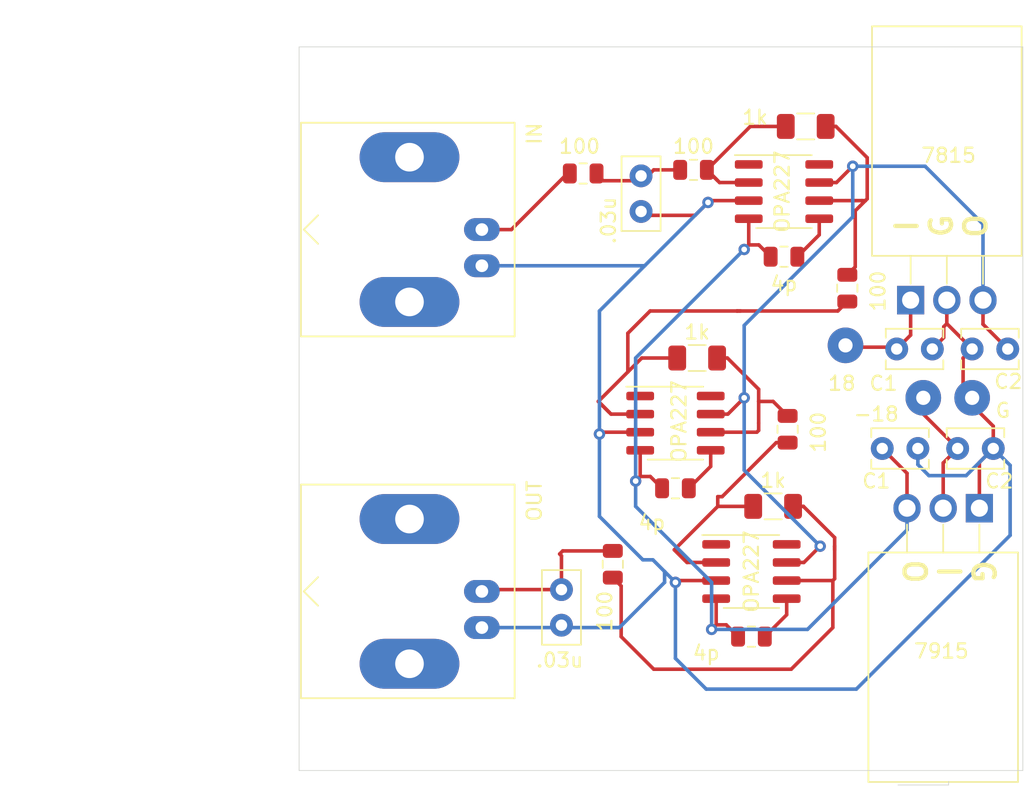
<source format=kicad_pcb>
(kicad_pcb (version 20171130) (host pcbnew "(5.1.4)-1")

  (general
    (thickness 1.6)
    (drawings 8)
    (tracks 180)
    (zones 0)
    (modules 27)
    (nets 1)
  )

  (page A4)
  (layers
    (0 F.Cu signal)
    (31 B.Cu signal)
    (32 B.Adhes user)
    (33 F.Adhes user)
    (34 B.Paste user)
    (35 F.Paste user)
    (36 B.SilkS user)
    (37 F.SilkS user)
    (38 B.Mask user)
    (39 F.Mask user)
    (40 Dwgs.User user)
    (41 Cmts.User user)
    (42 Eco1.User user)
    (43 Eco2.User user)
    (44 Edge.Cuts user)
    (45 Margin user)
    (46 B.CrtYd user)
    (47 F.CrtYd user)
    (48 B.Fab user)
    (49 F.Fab user hide)
  )

  (setup
    (last_trace_width 0.25)
    (trace_clearance 0.2)
    (zone_clearance 0.508)
    (zone_45_only no)
    (trace_min 0.2)
    (via_size 0.8)
    (via_drill 0.4)
    (via_min_size 0.4)
    (via_min_drill 0.3)
    (uvia_size 0.3)
    (uvia_drill 0.1)
    (uvias_allowed no)
    (uvia_min_size 0.2)
    (uvia_min_drill 0.1)
    (edge_width 0.05)
    (segment_width 0.2)
    (pcb_text_width 0.3)
    (pcb_text_size 1.5 1.5)
    (mod_edge_width 0.12)
    (mod_text_size 1 1)
    (mod_text_width 0.15)
    (pad_size 1.524 1.524)
    (pad_drill 0.762)
    (pad_to_mask_clearance 0.051)
    (solder_mask_min_width 0.25)
    (aux_axis_origin 0 0)
    (visible_elements 7FFFFFFF)
    (pcbplotparams
      (layerselection 0x010fc_ffffffff)
      (usegerberextensions false)
      (usegerberattributes false)
      (usegerberadvancedattributes false)
      (creategerberjobfile false)
      (excludeedgelayer true)
      (linewidth 0.100000)
      (plotframeref false)
      (viasonmask false)
      (mode 1)
      (useauxorigin false)
      (hpglpennumber 1)
      (hpglpenspeed 20)
      (hpglpendiameter 15.000000)
      (psnegative false)
      (psa4output false)
      (plotreference true)
      (plotvalue true)
      (plotinvisibletext false)
      (padsonsilk false)
      (subtractmaskfromsilk false)
      (outputformat 1)
      (mirror false)
      (drillshape 1)
      (scaleselection 1)
      (outputdirectory ""))
  )

  (net 0 "")

  (net_class Default "This is the default net class."
    (clearance 0.2)
    (trace_width 0.25)
    (via_dia 0.8)
    (via_drill 0.4)
    (uvia_dia 0.3)
    (uvia_drill 0.1)
  )

  (module Connector_Wire:SolderWirePad_1x01_Drill1mm (layer F.Cu) (tedit 5AEE5EBE) (tstamp 5E8F9455)
    (at 181.102 80.01)
    (descr "Wire solder connection")
    (tags connector)
    (attr virtual)
    (fp_text reference G (at 2.159 0.889) (layer F.SilkS)
      (effects (font (size 1 1) (thickness 0.15)))
    )
    (fp_text value SolderWirePad_1x01_Drill1mm (at 0 3.175) (layer F.Fab)
      (effects (font (size 1 1) (thickness 0.15)))
    )
    (fp_text user %R (at 0 0) (layer F.Fab)
      (effects (font (size 1 1) (thickness 0.15)))
    )
    (fp_line (start -1.75 -1.75) (end 1.75 -1.75) (layer F.CrtYd) (width 0.05))
    (fp_line (start -1.75 -1.75) (end -1.75 1.75) (layer F.CrtYd) (width 0.05))
    (fp_line (start 1.75 1.75) (end 1.75 -1.75) (layer F.CrtYd) (width 0.05))
    (fp_line (start 1.75 1.75) (end -1.75 1.75) (layer F.CrtYd) (width 0.05))
    (pad 1 thru_hole circle (at 0 0) (size 2.49936 2.49936) (drill 1.00076) (layers *.Cu *.Mask))
  )

  (module Connector_Wire:SolderWirePad_1x01_Drill1mm (layer F.Cu) (tedit 5AEE5EBE) (tstamp 5E8F9455)
    (at 177.673 80.01)
    (descr "Wire solder connection")
    (tags connector)
    (attr virtual)
    (fp_text reference -18 (at -3.302 1.143) (layer F.SilkS)
      (effects (font (size 1 1) (thickness 0.15)))
    )
    (fp_text value SolderWirePad_1x01_Drill1mm (at 0 3.175) (layer F.Fab)
      (effects (font (size 1 1) (thickness 0.15)))
    )
    (fp_text user %R (at 0 0) (layer F.Fab)
      (effects (font (size 1 1) (thickness 0.15)))
    )
    (fp_line (start -1.75 -1.75) (end 1.75 -1.75) (layer F.CrtYd) (width 0.05))
    (fp_line (start -1.75 -1.75) (end -1.75 1.75) (layer F.CrtYd) (width 0.05))
    (fp_line (start 1.75 1.75) (end 1.75 -1.75) (layer F.CrtYd) (width 0.05))
    (fp_line (start 1.75 1.75) (end -1.75 1.75) (layer F.CrtYd) (width 0.05))
    (pad 1 thru_hole circle (at 0 0) (size 2.49936 2.49936) (drill 1.00076) (layers *.Cu *.Mask))
  )

  (module Connector_Wire:SolderWirePad_1x01_Drill1mm (layer F.Cu) (tedit 5AEE5EBE) (tstamp 5E8F9455)
    (at 172.212 76.327)
    (descr "Wire solder connection")
    (tags connector)
    (attr virtual)
    (fp_text reference 18 (at -0.254 2.667) (layer F.SilkS)
      (effects (font (size 1 1) (thickness 0.15)))
    )
    (fp_text value SolderWirePad_1x01_Drill1mm (at 0 3.175) (layer F.Fab)
      (effects (font (size 1 1) (thickness 0.15)))
    )
    (fp_text user %R (at 0 0) (layer F.Fab)
      (effects (font (size 1 1) (thickness 0.15)))
    )
    (fp_line (start -1.75 -1.75) (end 1.75 -1.75) (layer F.CrtYd) (width 0.05))
    (fp_line (start -1.75 -1.75) (end -1.75 1.75) (layer F.CrtYd) (width 0.05))
    (fp_line (start 1.75 1.75) (end 1.75 -1.75) (layer F.CrtYd) (width 0.05))
    (fp_line (start 1.75 1.75) (end -1.75 1.75) (layer F.CrtYd) (width 0.05))
    (pad 1 thru_hole circle (at 0 0) (size 2.49936 2.49936) (drill 1.00076) (layers *.Cu *.Mask))
  )

  (module Capacitor_THT:C_Disc_D3.8mm_W2.6mm_P2.50mm (layer F.Cu) (tedit 5AE50EF0) (tstamp 5E8E292A)
    (at 180.086 83.566)
    (descr "C, Disc series, Radial, pin pitch=2.50mm, , diameter*width=3.8*2.6mm^2, Capacitor, http://www.vishay.com/docs/45233/krseries.pdf")
    (tags "C Disc series Radial pin pitch 2.50mm  diameter 3.8mm width 2.6mm Capacitor")
    (fp_text reference C2 (at 2.921 2.286) (layer F.SilkS)
      (effects (font (size 1 1) (thickness 0.15)))
    )
    (fp_text value C_Disc_D3.8mm_W2.6mm_P2.50mm (at 1.25 2.55) (layer F.Fab)
      (effects (font (size 1 1) (thickness 0.15)))
    )
    (fp_text user %R (at 1.25 0) (layer F.Fab)
      (effects (font (size 0.76 0.76) (thickness 0.114)))
    )
    (fp_line (start 3.55 -1.55) (end -1.05 -1.55) (layer F.CrtYd) (width 0.05))
    (fp_line (start 3.55 1.55) (end 3.55 -1.55) (layer F.CrtYd) (width 0.05))
    (fp_line (start -1.05 1.55) (end 3.55 1.55) (layer F.CrtYd) (width 0.05))
    (fp_line (start -1.05 -1.55) (end -1.05 1.55) (layer F.CrtYd) (width 0.05))
    (fp_line (start 3.27 0.795) (end 3.27 1.42) (layer F.SilkS) (width 0.12))
    (fp_line (start 3.27 -1.42) (end 3.27 -0.795) (layer F.SilkS) (width 0.12))
    (fp_line (start -0.77 0.795) (end -0.77 1.42) (layer F.SilkS) (width 0.12))
    (fp_line (start -0.77 -1.42) (end -0.77 -0.795) (layer F.SilkS) (width 0.12))
    (fp_line (start -0.77 1.42) (end 3.27 1.42) (layer F.SilkS) (width 0.12))
    (fp_line (start -0.77 -1.42) (end 3.27 -1.42) (layer F.SilkS) (width 0.12))
    (fp_line (start 3.15 -1.3) (end -0.65 -1.3) (layer F.Fab) (width 0.1))
    (fp_line (start 3.15 1.3) (end 3.15 -1.3) (layer F.Fab) (width 0.1))
    (fp_line (start -0.65 1.3) (end 3.15 1.3) (layer F.Fab) (width 0.1))
    (fp_line (start -0.65 -1.3) (end -0.65 1.3) (layer F.Fab) (width 0.1))
    (pad 2 thru_hole circle (at 2.5 0) (size 1.6 1.6) (drill 0.8) (layers *.Cu *.Mask))
    (pad 1 thru_hole circle (at 0 0) (size 1.6 1.6) (drill 0.8) (layers *.Cu *.Mask))
    (model ${KISYS3DMOD}/Capacitor_THT.3dshapes/C_Disc_D3.8mm_W2.6mm_P2.50mm.wrl
      (at (xyz 0 0 0))
      (scale (xyz 1 1 1))
      (rotate (xyz 0 0 0))
    )
  )

  (module Package_TO_SOT_THT:TO-220F-3_Horizontal_TabDown (layer F.Cu) (tedit 5AC8BA0D) (tstamp 5E8E290B)
    (at 181.61 87.757 180)
    (descr "TO-220F-3, Horizontal, RM 2.54mm, see http://www.st.com/resource/en/datasheet/stp20nm60.pdf")
    (tags "TO-220F-3 Horizontal RM 2.54mm")
    (fp_text reference 7915 (at 2.667 -10.033) (layer F.SilkS)
      (effects (font (size 1 1) (thickness 0.15)))
    )
    (fp_text value TO-220F-3_Horizontal_TabDown (at 2.54 2) (layer F.Fab)
      (effects (font (size 1 1) (thickness 0.15)))
    )
    (fp_circle (center 2.54 -15.8) (end 4.39 -15.8) (layer F.Fab) (width 0.1))
    (fp_line (start -2.59 -12.42) (end -2.59 -19.1) (layer F.Fab) (width 0.1))
    (fp_line (start -2.59 -19.1) (end 7.67 -19.1) (layer F.Fab) (width 0.1))
    (fp_line (start 7.67 -19.1) (end 7.67 -12.42) (layer F.Fab) (width 0.1))
    (fp_line (start 7.67 -12.42) (end -2.59 -12.42) (layer F.Fab) (width 0.1))
    (fp_line (start -2.59 -3.23) (end -2.59 -12.42) (layer F.Fab) (width 0.1))
    (fp_line (start -2.59 -12.42) (end 7.67 -12.42) (layer F.Fab) (width 0.1))
    (fp_line (start 7.67 -12.42) (end 7.67 -3.23) (layer F.Fab) (width 0.1))
    (fp_line (start 7.67 -3.23) (end -2.59 -3.23) (layer F.Fab) (width 0.1))
    (fp_line (start 0 -3.23) (end 0 0) (layer F.Fab) (width 0.1))
    (fp_line (start 2.54 -3.23) (end 2.54 0) (layer F.Fab) (width 0.1))
    (fp_line (start 5.08 -3.23) (end 5.08 0) (layer F.Fab) (width 0.1))
    (fp_line (start -2.71 -3.11) (end 7.79 -3.11) (layer F.SilkS) (width 0.12))
    (fp_line (start -2.71 -19.22) (end 7.79 -19.22) (layer F.SilkS) (width 0.12))
    (fp_line (start -2.71 -19.22) (end -2.71 -3.11) (layer F.SilkS) (width 0.12))
    (fp_line (start 7.79 -19.22) (end 7.79 -3.11) (layer F.SilkS) (width 0.12))
    (fp_line (start 0 -3.11) (end 0 -1.15) (layer F.SilkS) (width 0.12))
    (fp_line (start 2.54 -3.11) (end 2.54 -1.15) (layer F.SilkS) (width 0.12))
    (fp_line (start 5.08 -3.11) (end 5.08 -1.15) (layer F.SilkS) (width 0.12))
    (fp_line (start -2.84 -19.35) (end -2.84 1.25) (layer F.CrtYd) (width 0.05))
    (fp_line (start -2.84 1.25) (end 7.92 1.25) (layer F.CrtYd) (width 0.05))
    (fp_line (start 7.92 1.25) (end 7.92 -19.35) (layer F.CrtYd) (width 0.05))
    (fp_line (start 7.92 -19.35) (end -2.84 -19.35) (layer F.CrtYd) (width 0.05))
    (fp_text user %R (at 2.54 -20.22) (layer F.Fab)
      (effects (font (size 1 1) (thickness 0.15)))
    )
    (pad "" np_thru_hole oval (at 2.54 -15.8 180) (size 3.5 3.5) (drill 3.5) (layers *.Cu *.Mask))
    (pad 1 thru_hole rect (at 0 0 180) (size 1.905 2) (drill 1.2) (layers *.Cu *.Mask))
    (pad 2 thru_hole oval (at 2.54 0 180) (size 1.905 2) (drill 1.2) (layers *.Cu *.Mask))
    (pad 3 thru_hole oval (at 5.08 0 180) (size 1.905 2) (drill 1.2) (layers *.Cu *.Mask))
    (model ${KISYS3DMOD}/Package_TO_SOT_THT.3dshapes/TO-220F-3_Horizontal_TabDown.wrl
      (at (xyz 0 0 0))
      (scale (xyz 1 1 1))
      (rotate (xyz 0 0 0))
    )
  )

  (module Capacitor_THT:C_Disc_D3.8mm_W2.6mm_P2.50mm (layer F.Cu) (tedit 5AE50EF0) (tstamp 5E8E28F7)
    (at 174.792 83.566)
    (descr "C, Disc series, Radial, pin pitch=2.50mm, , diameter*width=3.8*2.6mm^2, Capacitor, http://www.vishay.com/docs/45233/krseries.pdf")
    (tags "C Disc series Radial pin pitch 2.50mm  diameter 3.8mm width 2.6mm Capacitor")
    (fp_text reference C1 (at -0.421 2.286) (layer F.SilkS)
      (effects (font (size 1 1) (thickness 0.15)))
    )
    (fp_text value C_Disc_D3.8mm_W2.6mm_P2.50mm (at 1.25 2.55) (layer F.Fab)
      (effects (font (size 1 1) (thickness 0.15)))
    )
    (fp_line (start -0.65 -1.3) (end -0.65 1.3) (layer F.Fab) (width 0.1))
    (fp_line (start -0.65 1.3) (end 3.15 1.3) (layer F.Fab) (width 0.1))
    (fp_line (start 3.15 1.3) (end 3.15 -1.3) (layer F.Fab) (width 0.1))
    (fp_line (start 3.15 -1.3) (end -0.65 -1.3) (layer F.Fab) (width 0.1))
    (fp_line (start -0.77 -1.42) (end 3.27 -1.42) (layer F.SilkS) (width 0.12))
    (fp_line (start -0.77 1.42) (end 3.27 1.42) (layer F.SilkS) (width 0.12))
    (fp_line (start -0.77 -1.42) (end -0.77 -0.795) (layer F.SilkS) (width 0.12))
    (fp_line (start -0.77 0.795) (end -0.77 1.42) (layer F.SilkS) (width 0.12))
    (fp_line (start 3.27 -1.42) (end 3.27 -0.795) (layer F.SilkS) (width 0.12))
    (fp_line (start 3.27 0.795) (end 3.27 1.42) (layer F.SilkS) (width 0.12))
    (fp_line (start -1.05 -1.55) (end -1.05 1.55) (layer F.CrtYd) (width 0.05))
    (fp_line (start -1.05 1.55) (end 3.55 1.55) (layer F.CrtYd) (width 0.05))
    (fp_line (start 3.55 1.55) (end 3.55 -1.55) (layer F.CrtYd) (width 0.05))
    (fp_line (start 3.55 -1.55) (end -1.05 -1.55) (layer F.CrtYd) (width 0.05))
    (fp_text user %R (at 1.25 0) (layer F.Fab)
      (effects (font (size 0.76 0.76) (thickness 0.114)))
    )
    (pad 1 thru_hole circle (at 0 0) (size 1.6 1.6) (drill 0.8) (layers *.Cu *.Mask))
    (pad 2 thru_hole circle (at 2.5 0) (size 1.6 1.6) (drill 0.8) (layers *.Cu *.Mask))
    (model ${KISYS3DMOD}/Capacitor_THT.3dshapes/C_Disc_D3.8mm_W2.6mm_P2.50mm.wrl
      (at (xyz 0 0 0))
      (scale (xyz 1 1 1))
      (rotate (xyz 0 0 0))
    )
  )

  (module Capacitor_THT:C_Disc_D3.8mm_W2.6mm_P2.50mm (layer F.Cu) (tedit 5AE50EF0) (tstamp 5E8E2344)
    (at 183.602 76.581 180)
    (descr "C, Disc series, Radial, pin pitch=2.50mm, , diameter*width=3.8*2.6mm^2, Capacitor, http://www.vishay.com/docs/45233/krseries.pdf")
    (tags "C Disc series Radial pin pitch 2.50mm  diameter 3.8mm width 2.6mm Capacitor")
    (fp_text reference C2 (at -0.04 -2.286) (layer F.SilkS)
      (effects (font (size 1 1) (thickness 0.15)))
    )
    (fp_text value C_Disc_D3.8mm_W2.6mm_P2.50mm (at 1.25 2.55) (layer F.Fab)
      (effects (font (size 1 1) (thickness 0.15)))
    )
    (fp_text user %R (at 1.25 0) (layer F.Fab)
      (effects (font (size 0.76 0.76) (thickness 0.114)))
    )
    (fp_line (start 3.55 -1.55) (end -1.05 -1.55) (layer F.CrtYd) (width 0.05))
    (fp_line (start 3.55 1.55) (end 3.55 -1.55) (layer F.CrtYd) (width 0.05))
    (fp_line (start -1.05 1.55) (end 3.55 1.55) (layer F.CrtYd) (width 0.05))
    (fp_line (start -1.05 -1.55) (end -1.05 1.55) (layer F.CrtYd) (width 0.05))
    (fp_line (start 3.27 0.795) (end 3.27 1.42) (layer F.SilkS) (width 0.12))
    (fp_line (start 3.27 -1.42) (end 3.27 -0.795) (layer F.SilkS) (width 0.12))
    (fp_line (start -0.77 0.795) (end -0.77 1.42) (layer F.SilkS) (width 0.12))
    (fp_line (start -0.77 -1.42) (end -0.77 -0.795) (layer F.SilkS) (width 0.12))
    (fp_line (start -0.77 1.42) (end 3.27 1.42) (layer F.SilkS) (width 0.12))
    (fp_line (start -0.77 -1.42) (end 3.27 -1.42) (layer F.SilkS) (width 0.12))
    (fp_line (start 3.15 -1.3) (end -0.65 -1.3) (layer F.Fab) (width 0.1))
    (fp_line (start 3.15 1.3) (end 3.15 -1.3) (layer F.Fab) (width 0.1))
    (fp_line (start -0.65 1.3) (end 3.15 1.3) (layer F.Fab) (width 0.1))
    (fp_line (start -0.65 -1.3) (end -0.65 1.3) (layer F.Fab) (width 0.1))
    (pad 2 thru_hole circle (at 2.5 0 180) (size 1.6 1.6) (drill 0.8) (layers *.Cu *.Mask))
    (pad 1 thru_hole circle (at 0 0 180) (size 1.6 1.6) (drill 0.8) (layers *.Cu *.Mask))
    (model ${KISYS3DMOD}/Capacitor_THT.3dshapes/C_Disc_D3.8mm_W2.6mm_P2.50mm.wrl
      (at (xyz 0 0 0))
      (scale (xyz 1 1 1))
      (rotate (xyz 0 0 0))
    )
  )

  (module Package_TO_SOT_THT:TO-220F-3_Horizontal_TabDown (layer F.Cu) (tedit 5AC8BA0D) (tstamp 5E8E2325)
    (at 176.784 73.152)
    (descr "TO-220F-3, Horizontal, RM 2.54mm, see http://www.st.com/resource/en/datasheet/stp20nm60.pdf")
    (tags "TO-220F-3 Horizontal RM 2.54mm")
    (fp_text reference 7815 (at 2.667 -10.16) (layer F.SilkS)
      (effects (font (size 1 1) (thickness 0.15)))
    )
    (fp_text value TO-220F-3_Horizontal_TabDown (at 2.54 2) (layer F.Fab)
      (effects (font (size 1 1) (thickness 0.15)))
    )
    (fp_text user %R (at 2.54 -20.22) (layer F.Fab)
      (effects (font (size 1 1) (thickness 0.15)))
    )
    (fp_line (start 7.92 -19.35) (end -2.84 -19.35) (layer F.CrtYd) (width 0.05))
    (fp_line (start 7.92 1.25) (end 7.92 -19.35) (layer F.CrtYd) (width 0.05))
    (fp_line (start -2.84 1.25) (end 7.92 1.25) (layer F.CrtYd) (width 0.05))
    (fp_line (start -2.84 -19.35) (end -2.84 1.25) (layer F.CrtYd) (width 0.05))
    (fp_line (start 5.08 -3.11) (end 5.08 -1.15) (layer F.SilkS) (width 0.12))
    (fp_line (start 2.54 -3.11) (end 2.54 -1.15) (layer F.SilkS) (width 0.12))
    (fp_line (start 0 -3.11) (end 0 -1.15) (layer F.SilkS) (width 0.12))
    (fp_line (start 7.79 -19.22) (end 7.79 -3.11) (layer F.SilkS) (width 0.12))
    (fp_line (start -2.71 -19.22) (end -2.71 -3.11) (layer F.SilkS) (width 0.12))
    (fp_line (start -2.71 -19.22) (end 7.79 -19.22) (layer F.SilkS) (width 0.12))
    (fp_line (start -2.71 -3.11) (end 7.79 -3.11) (layer F.SilkS) (width 0.12))
    (fp_line (start 5.08 -3.23) (end 5.08 0) (layer F.Fab) (width 0.1))
    (fp_line (start 2.54 -3.23) (end 2.54 0) (layer F.Fab) (width 0.1))
    (fp_line (start 0 -3.23) (end 0 0) (layer F.Fab) (width 0.1))
    (fp_line (start 7.67 -3.23) (end -2.59 -3.23) (layer F.Fab) (width 0.1))
    (fp_line (start 7.67 -12.42) (end 7.67 -3.23) (layer F.Fab) (width 0.1))
    (fp_line (start -2.59 -12.42) (end 7.67 -12.42) (layer F.Fab) (width 0.1))
    (fp_line (start -2.59 -3.23) (end -2.59 -12.42) (layer F.Fab) (width 0.1))
    (fp_line (start 7.67 -12.42) (end -2.59 -12.42) (layer F.Fab) (width 0.1))
    (fp_line (start 7.67 -19.1) (end 7.67 -12.42) (layer F.Fab) (width 0.1))
    (fp_line (start -2.59 -19.1) (end 7.67 -19.1) (layer F.Fab) (width 0.1))
    (fp_line (start -2.59 -12.42) (end -2.59 -19.1) (layer F.Fab) (width 0.1))
    (fp_circle (center 2.54 -15.8) (end 4.39 -15.8) (layer F.Fab) (width 0.1))
    (pad 3 thru_hole oval (at 5.08 0) (size 1.905 2) (drill 1.2) (layers *.Cu *.Mask))
    (pad 2 thru_hole oval (at 2.54 0) (size 1.905 2) (drill 1.2) (layers *.Cu *.Mask))
    (pad 1 thru_hole rect (at 0 0) (size 1.905 2) (drill 1.2) (layers *.Cu *.Mask))
    (pad "" np_thru_hole oval (at 2.54 -15.8) (size 3.5 3.5) (drill 3.5) (layers *.Cu *.Mask))
    (model ${KISYS3DMOD}/Package_TO_SOT_THT.3dshapes/TO-220F-3_Horizontal_TabDown.wrl
      (at (xyz 0 0 0))
      (scale (xyz 1 1 1))
      (rotate (xyz 0 0 0))
    )
  )

  (module Capacitor_THT:C_Disc_D3.8mm_W2.6mm_P2.50mm (layer F.Cu) (tedit 5AE50EF0) (tstamp 5E8E22FA)
    (at 178.308 76.581 180)
    (descr "C, Disc series, Radial, pin pitch=2.50mm, , diameter*width=3.8*2.6mm^2, Capacitor, http://www.vishay.com/docs/45233/krseries.pdf")
    (tags "C Disc series Radial pin pitch 2.50mm  diameter 3.8mm width 2.6mm Capacitor")
    (fp_text reference C1 (at 3.429 -2.413) (layer F.SilkS)
      (effects (font (size 1 1) (thickness 0.15)))
    )
    (fp_text value C_Disc_D3.8mm_W2.6mm_P2.50mm (at 1.25 2.55) (layer F.Fab)
      (effects (font (size 1 1) (thickness 0.15)))
    )
    (fp_line (start -0.65 -1.3) (end -0.65 1.3) (layer F.Fab) (width 0.1))
    (fp_line (start -0.65 1.3) (end 3.15 1.3) (layer F.Fab) (width 0.1))
    (fp_line (start 3.15 1.3) (end 3.15 -1.3) (layer F.Fab) (width 0.1))
    (fp_line (start 3.15 -1.3) (end -0.65 -1.3) (layer F.Fab) (width 0.1))
    (fp_line (start -0.77 -1.42) (end 3.27 -1.42) (layer F.SilkS) (width 0.12))
    (fp_line (start -0.77 1.42) (end 3.27 1.42) (layer F.SilkS) (width 0.12))
    (fp_line (start -0.77 -1.42) (end -0.77 -0.795) (layer F.SilkS) (width 0.12))
    (fp_line (start -0.77 0.795) (end -0.77 1.42) (layer F.SilkS) (width 0.12))
    (fp_line (start 3.27 -1.42) (end 3.27 -0.795) (layer F.SilkS) (width 0.12))
    (fp_line (start 3.27 0.795) (end 3.27 1.42) (layer F.SilkS) (width 0.12))
    (fp_line (start -1.05 -1.55) (end -1.05 1.55) (layer F.CrtYd) (width 0.05))
    (fp_line (start -1.05 1.55) (end 3.55 1.55) (layer F.CrtYd) (width 0.05))
    (fp_line (start 3.55 1.55) (end 3.55 -1.55) (layer F.CrtYd) (width 0.05))
    (fp_line (start 3.55 -1.55) (end -1.05 -1.55) (layer F.CrtYd) (width 0.05))
    (fp_text user %R (at 1.25 0) (layer F.Fab)
      (effects (font (size 0.76 0.76) (thickness 0.114)))
    )
    (pad 1 thru_hole circle (at 0 0 180) (size 1.6 1.6) (drill 0.8) (layers *.Cu *.Mask))
    (pad 2 thru_hole circle (at 2.5 0 180) (size 1.6 1.6) (drill 0.8) (layers *.Cu *.Mask))
    (model ${KISYS3DMOD}/Capacitor_THT.3dshapes/C_Disc_D3.8mm_W2.6mm_P2.50mm.wrl
      (at (xyz 0 0 0))
      (scale (xyz 1 1 1))
      (rotate (xyz 0 0 0))
    )
  )

  (module Resistor_SMD:R_0805_2012Metric (layer F.Cu) (tedit 5B36C52B) (tstamp 5E8E26CE)
    (at 172.339 72.3115 90)
    (descr "Resistor SMD 0805 (2012 Metric), square (rectangular) end terminal, IPC_7351 nominal, (Body size source: https://docs.google.com/spreadsheets/d/1BsfQQcO9C6DZCsRaXUlFlo91Tg2WpOkGARC1WS5S8t0/edit?usp=sharing), generated with kicad-footprint-generator")
    (tags resistor)
    (attr smd)
    (fp_text reference 100 (at -0.2055 2.159 90) (layer F.SilkS)
      (effects (font (size 1 1) (thickness 0.15)))
    )
    (fp_text value R_0805_2012Metric (at 0 1.65 90) (layer F.Fab)
      (effects (font (size 1 1) (thickness 0.15)))
    )
    (fp_line (start -1 0.6) (end -1 -0.6) (layer F.Fab) (width 0.1))
    (fp_line (start -1 -0.6) (end 1 -0.6) (layer F.Fab) (width 0.1))
    (fp_line (start 1 -0.6) (end 1 0.6) (layer F.Fab) (width 0.1))
    (fp_line (start 1 0.6) (end -1 0.6) (layer F.Fab) (width 0.1))
    (fp_line (start -0.258578 -0.71) (end 0.258578 -0.71) (layer F.SilkS) (width 0.12))
    (fp_line (start -0.258578 0.71) (end 0.258578 0.71) (layer F.SilkS) (width 0.12))
    (fp_line (start -1.68 0.95) (end -1.68 -0.95) (layer F.CrtYd) (width 0.05))
    (fp_line (start -1.68 -0.95) (end 1.68 -0.95) (layer F.CrtYd) (width 0.05))
    (fp_line (start 1.68 -0.95) (end 1.68 0.95) (layer F.CrtYd) (width 0.05))
    (fp_line (start 1.68 0.95) (end -1.68 0.95) (layer F.CrtYd) (width 0.05))
    (fp_text user %R (at 0 0 90) (layer F.Fab)
      (effects (font (size 0.5 0.5) (thickness 0.08)))
    )
    (pad 1 smd roundrect (at -0.9375 0 90) (size 0.975 1.4) (layers F.Cu F.Paste F.Mask) (roundrect_rratio 0.25))
    (pad 2 smd roundrect (at 0.9375 0 90) (size 0.975 1.4) (layers F.Cu F.Paste F.Mask) (roundrect_rratio 0.25))
    (model ${KISYS3DMOD}/Resistor_SMD.3dshapes/R_0805_2012Metric.wrl
      (at (xyz 0 0 0))
      (scale (xyz 1 1 1))
      (rotate (xyz 0 0 0))
    )
  )

  (module Connector_Coaxial:BNC_Amphenol_B6252HB-NPP3G-50_Horizontal (layer F.Cu) (tedit 5C13907B) (tstamp 5E7CDD42)
    (at 146.685 93.599 90)
    (descr http://www.farnell.com/datasheets/612848.pdf)
    (tags "BNC Amphenol Horizontal")
    (fp_text reference OUT (at 6.35 3.683 90) (layer F.SilkS)
      (effects (font (size 1 1) (thickness 0.15)))
    )
    (fp_text value BNC_Amphenol_B6252HB-NPP3G-50_Horizontal (at 0 6 270) (layer F.Fab)
      (effects (font (size 1 1) (thickness 0.15)))
    )
    (fp_line (start -5 -20) (end 5 -21) (layer F.Fab) (width 0.1))
    (fp_line (start -5 -19) (end 5 -20) (layer F.Fab) (width 0.1))
    (fp_line (start -5 -18) (end 5 -19) (layer F.Fab) (width 0.1))
    (fp_line (start -5 -17) (end 5 -18) (layer F.Fab) (width 0.1))
    (fp_line (start -5 -16) (end 5 -17) (layer F.Fab) (width 0.1))
    (fp_line (start -5 -15) (end 5 -16) (layer F.Fab) (width 0.1))
    (fp_circle (center 0 -28.07) (end 1 -28.07) (layer F.Fab) (width 0.1))
    (fp_line (start 4.8 -21.4) (end 4.8 -33.3) (layer F.Fab) (width 0.1))
    (fp_line (start 4.8 -33.3) (end -4.8 -33.3) (layer F.Fab) (width 0.1))
    (fp_line (start -4.8 -33.3) (end -4.8 -21.4) (layer F.Fab) (width 0.1))
    (fp_line (start 6.35 -12.7) (end 6.35 -21.4) (layer F.Fab) (width 0.1))
    (fp_line (start 6.35 -21.4) (end -6.35 -21.4) (layer F.Fab) (width 0.1))
    (fp_line (start -6.35 -21.4) (end -6.35 -12.7) (layer F.Fab) (width 0.1))
    (fp_line (start -7.35 2.2) (end 7.35 2.2) (layer F.Fab) (width 0.1))
    (fp_line (start 7.35 2.2) (end 7.35 -12.7) (layer F.Fab) (width 0.1))
    (fp_line (start 7.35 -12.7) (end -7.35 -12.7) (layer F.Fab) (width 0.1))
    (fp_line (start -7.35 -12.7) (end -7.35 2.2) (layer F.Fab) (width 0.1))
    (fp_text user %R (at 0 0 90) (layer F.Fab)
      (effects (font (size 1 1) (thickness 0.15)))
    )
    (fp_line (start -5 -14) (end 5 -15) (layer F.Fab) (width 0.1))
    (fp_line (start -7.5 -12.7) (end 7.5 -12.7) (layer F.SilkS) (width 0.12))
    (fp_line (start 7.5 -12.7) (end 7.5 2.3) (layer F.SilkS) (width 0.12))
    (fp_line (start 7.5 2.3) (end -7.5 2.3) (layer F.SilkS) (width 0.12))
    (fp_line (start -7.5 2.3) (end -7.5 -12.7) (layer F.SilkS) (width 0.12))
    (fp_line (start -7.85 2.7) (end 7.85 2.7) (layer F.CrtYd) (width 0.05))
    (fp_line (start -7.85 2.7) (end -7.85 -33.8) (layer F.CrtYd) (width 0.05))
    (fp_line (start 7.85 -33.8) (end -7.85 -33.8) (layer F.CrtYd) (width 0.05))
    (fp_line (start 7.85 2.7) (end 7.85 -33.8) (layer F.CrtYd) (width 0.05))
    (fp_line (start 0 -12.5) (end -1 -11.5) (layer F.SilkS) (width 0.12))
    (fp_line (start 0 -12.5) (end 1 -11.5) (layer F.SilkS) (width 0.12))
    (pad 2 thru_hole oval (at -5.08 -5.08 90) (size 3.5 7) (drill 2.01) (layers *.Cu *.Mask))
    (pad 2 thru_hole oval (at 5.08 -5.08 90) (size 3.5 7) (drill 2.01) (layers *.Cu *.Mask))
    (pad 1 thru_hole oval (at 0 0 90) (size 1.6 2.5) (drill 0.89) (layers *.Cu *.Mask))
    (pad 2 thru_hole oval (at -2.54 0 90) (size 1.6 2.5) (drill 0.89) (layers *.Cu *.Mask))
    (model ${KISYS3DMOD}/Connector_Coaxial.3dshapes/BNC_Amphenol_B6252HB-NPP3G-50_Horizontal.wrl
      (at (xyz 0 0 0))
      (scale (xyz 1 1 1))
      (rotate (xyz 0 0 0))
    )
  )

  (module Connector_Coaxial:BNC_Amphenol_B6252HB-NPP3G-50_Horizontal (layer F.Cu) (tedit 5C13907B) (tstamp 5E7CDD42)
    (at 146.685 68.199 90)
    (descr http://www.farnell.com/datasheets/612848.pdf)
    (tags "BNC Amphenol Horizontal")
    (fp_text reference IN (at 6.731 3.683 90) (layer F.SilkS)
      (effects (font (size 1 1) (thickness 0.15)))
    )
    (fp_text value BNC_Amphenol_B6252HB-NPP3G-50_Horizontal (at 0 6 270) (layer F.Fab)
      (effects (font (size 1 1) (thickness 0.15)))
    )
    (fp_line (start -5 -20) (end 5 -21) (layer F.Fab) (width 0.1))
    (fp_line (start -5 -19) (end 5 -20) (layer F.Fab) (width 0.1))
    (fp_line (start -5 -18) (end 5 -19) (layer F.Fab) (width 0.1))
    (fp_line (start -5 -17) (end 5 -18) (layer F.Fab) (width 0.1))
    (fp_line (start -5 -16) (end 5 -17) (layer F.Fab) (width 0.1))
    (fp_line (start -5 -15) (end 5 -16) (layer F.Fab) (width 0.1))
    (fp_circle (center 0 -28.07) (end 1 -28.07) (layer F.Fab) (width 0.1))
    (fp_line (start 4.8 -21.4) (end 4.8 -33.3) (layer F.Fab) (width 0.1))
    (fp_line (start 4.8 -33.3) (end -4.8 -33.3) (layer F.Fab) (width 0.1))
    (fp_line (start -4.8 -33.3) (end -4.8 -21.4) (layer F.Fab) (width 0.1))
    (fp_line (start 6.35 -12.7) (end 6.35 -21.4) (layer F.Fab) (width 0.1))
    (fp_line (start 6.35 -21.4) (end -6.35 -21.4) (layer F.Fab) (width 0.1))
    (fp_line (start -6.35 -21.4) (end -6.35 -12.7) (layer F.Fab) (width 0.1))
    (fp_line (start -7.35 2.2) (end 7.35 2.2) (layer F.Fab) (width 0.1))
    (fp_line (start 7.35 2.2) (end 7.35 -12.7) (layer F.Fab) (width 0.1))
    (fp_line (start 7.35 -12.7) (end -7.35 -12.7) (layer F.Fab) (width 0.1))
    (fp_line (start -7.35 -12.7) (end -7.35 2.2) (layer F.Fab) (width 0.1))
    (fp_text user %R (at 0 0 90) (layer F.Fab)
      (effects (font (size 1 1) (thickness 0.15)))
    )
    (fp_line (start -5 -14) (end 5 -15) (layer F.Fab) (width 0.1))
    (fp_line (start -7.5 -12.7) (end 7.5 -12.7) (layer F.SilkS) (width 0.12))
    (fp_line (start 7.5 -12.7) (end 7.5 2.3) (layer F.SilkS) (width 0.12))
    (fp_line (start 7.5 2.3) (end -7.5 2.3) (layer F.SilkS) (width 0.12))
    (fp_line (start -7.5 2.3) (end -7.5 -12.7) (layer F.SilkS) (width 0.12))
    (fp_line (start -7.85 2.7) (end 7.85 2.7) (layer F.CrtYd) (width 0.05))
    (fp_line (start -7.85 2.7) (end -7.85 -33.8) (layer F.CrtYd) (width 0.05))
    (fp_line (start 7.85 -33.8) (end -7.85 -33.8) (layer F.CrtYd) (width 0.05))
    (fp_line (start 7.85 2.7) (end 7.85 -33.8) (layer F.CrtYd) (width 0.05))
    (fp_line (start 0 -12.5) (end -1 -11.5) (layer F.SilkS) (width 0.12))
    (fp_line (start 0 -12.5) (end 1 -11.5) (layer F.SilkS) (width 0.12))
    (pad 2 thru_hole oval (at -5.08 -5.08 90) (size 3.5 7) (drill 2.01) (layers *.Cu *.Mask))
    (pad 2 thru_hole oval (at 5.08 -5.08 90) (size 3.5 7) (drill 2.01) (layers *.Cu *.Mask))
    (pad 1 thru_hole oval (at 0 0 90) (size 1.6 2.5) (drill 0.89) (layers *.Cu *.Mask))
    (pad 2 thru_hole oval (at -2.54 0 90) (size 1.6 2.5) (drill 0.89) (layers *.Cu *.Mask))
    (model ${KISYS3DMOD}/Connector_Coaxial.3dshapes/BNC_Amphenol_B6252HB-NPP3G-50_Horizontal.wrl
      (at (xyz 0 0 0))
      (scale (xyz 1 1 1))
      (rotate (xyz 0 0 0))
    )
  )

  (module Capacitor_THT:C_Disc_D5.0mm_W2.5mm_P2.50mm (layer F.Cu) (tedit 5AE50EF0) (tstamp 5E7C22BF)
    (at 152.273 95.972 90)
    (descr "C, Disc series, Radial, pin pitch=2.50mm, , diameter*width=5*2.5mm^2, Capacitor, http://cdn-reichelt.de/documents/datenblatt/B300/DS_KERKO_TC.pdf")
    (tags "C Disc series Radial pin pitch 2.50mm  diameter 5mm width 2.5mm Capacitor")
    (fp_text reference .03u (at -2.453 -0.127 180) (layer F.SilkS)
      (effects (font (size 1 1) (thickness 0.15)))
    )
    (fp_text value C_Disc_D5.0mm_W2.5mm_P2.50mm (at 1.25 2.5 90) (layer F.Fab)
      (effects (font (size 1 1) (thickness 0.15)))
    )
    (fp_text user %R (at 1.25 0 90) (layer F.Fab)
      (effects (font (size 1 1) (thickness 0.15)))
    )
    (fp_line (start 4 -1.5) (end -1.5 -1.5) (layer F.CrtYd) (width 0.05))
    (fp_line (start 4 1.5) (end 4 -1.5) (layer F.CrtYd) (width 0.05))
    (fp_line (start -1.5 1.5) (end 4 1.5) (layer F.CrtYd) (width 0.05))
    (fp_line (start -1.5 -1.5) (end -1.5 1.5) (layer F.CrtYd) (width 0.05))
    (fp_line (start 3.87 -1.37) (end 3.87 1.37) (layer F.SilkS) (width 0.12))
    (fp_line (start -1.37 -1.37) (end -1.37 1.37) (layer F.SilkS) (width 0.12))
    (fp_line (start -1.37 1.37) (end 3.87 1.37) (layer F.SilkS) (width 0.12))
    (fp_line (start -1.37 -1.37) (end 3.87 -1.37) (layer F.SilkS) (width 0.12))
    (fp_line (start 3.75 -1.25) (end -1.25 -1.25) (layer F.Fab) (width 0.1))
    (fp_line (start 3.75 1.25) (end 3.75 -1.25) (layer F.Fab) (width 0.1))
    (fp_line (start -1.25 1.25) (end 3.75 1.25) (layer F.Fab) (width 0.1))
    (fp_line (start -1.25 -1.25) (end -1.25 1.25) (layer F.Fab) (width 0.1))
    (pad 2 thru_hole circle (at 2.5 0 90) (size 1.6 1.6) (drill 0.8) (layers *.Cu *.Mask))
    (pad 1 thru_hole circle (at 0 0 90) (size 1.6 1.6) (drill 0.8) (layers *.Cu *.Mask))
    (model ${KISYS3DMOD}/Capacitor_THT.3dshapes/C_Disc_D5.0mm_W2.5mm_P2.50mm.wrl
      (at (xyz 0 0 0))
      (scale (xyz 1 1 1))
      (rotate (xyz 0 0 0))
    )
  )

  (module Resistor_SMD:R_0805_2012Metric (layer F.Cu) (tedit 5B36C52B) (tstamp 5E7C21FE)
    (at 155.8775 91.694 90)
    (descr "Resistor SMD 0805 (2012 Metric), square (rectangular) end terminal, IPC_7351 nominal, (Body size source: https://docs.google.com/spreadsheets/d/1BsfQQcO9C6DZCsRaXUlFlo91Tg2WpOkGARC1WS5S8t0/edit?usp=sharing), generated with kicad-footprint-generator")
    (tags resistor)
    (attr smd)
    (fp_text reference 100 (at -3.302 -0.5565 90) (layer F.SilkS)
      (effects (font (size 1 1) (thickness 0.15)))
    )
    (fp_text value R_0805_2012Metric (at 0 1.65 90) (layer F.Fab)
      (effects (font (size 1 1) (thickness 0.15)))
    )
    (fp_text user %R (at 0 0 90) (layer F.Fab)
      (effects (font (size 0.5 0.5) (thickness 0.08)))
    )
    (fp_line (start 1.68 0.95) (end -1.68 0.95) (layer F.CrtYd) (width 0.05))
    (fp_line (start 1.68 -0.95) (end 1.68 0.95) (layer F.CrtYd) (width 0.05))
    (fp_line (start -1.68 -0.95) (end 1.68 -0.95) (layer F.CrtYd) (width 0.05))
    (fp_line (start -1.68 0.95) (end -1.68 -0.95) (layer F.CrtYd) (width 0.05))
    (fp_line (start -0.258578 0.71) (end 0.258578 0.71) (layer F.SilkS) (width 0.12))
    (fp_line (start -0.258578 -0.71) (end 0.258578 -0.71) (layer F.SilkS) (width 0.12))
    (fp_line (start 1 0.6) (end -1 0.6) (layer F.Fab) (width 0.1))
    (fp_line (start 1 -0.6) (end 1 0.6) (layer F.Fab) (width 0.1))
    (fp_line (start -1 -0.6) (end 1 -0.6) (layer F.Fab) (width 0.1))
    (fp_line (start -1 0.6) (end -1 -0.6) (layer F.Fab) (width 0.1))
    (pad 2 smd roundrect (at 0.9375 0 90) (size 0.975 1.4) (layers F.Cu F.Paste F.Mask) (roundrect_rratio 0.25))
    (pad 1 smd roundrect (at -0.9375 0 90) (size 0.975 1.4) (layers F.Cu F.Paste F.Mask) (roundrect_rratio 0.25))
    (model ${KISYS3DMOD}/Resistor_SMD.3dshapes/R_0805_2012Metric.wrl
      (at (xyz 0 0 0))
      (scale (xyz 1 1 1))
      (rotate (xyz 0 0 0))
    )
  )

  (module Resistor_SMD:R_0805_2012Metric (layer F.Cu) (tedit 5B36C52B) (tstamp 5E7C21BD)
    (at 168.148 82.2175 90)
    (descr "Resistor SMD 0805 (2012 Metric), square (rectangular) end terminal, IPC_7351 nominal, (Body size source: https://docs.google.com/spreadsheets/d/1BsfQQcO9C6DZCsRaXUlFlo91Tg2WpOkGARC1WS5S8t0/edit?usp=sharing), generated with kicad-footprint-generator")
    (tags resistor)
    (attr smd)
    (fp_text reference 100 (at -0.2055 2.159 90) (layer F.SilkS)
      (effects (font (size 1 1) (thickness 0.15)))
    )
    (fp_text value R_0805_2012Metric (at 0 1.65 90) (layer F.Fab)
      (effects (font (size 1 1) (thickness 0.15)))
    )
    (fp_text user %R (at 0 0 90) (layer F.Fab)
      (effects (font (size 0.5 0.5) (thickness 0.08)))
    )
    (fp_line (start 1.68 0.95) (end -1.68 0.95) (layer F.CrtYd) (width 0.05))
    (fp_line (start 1.68 -0.95) (end 1.68 0.95) (layer F.CrtYd) (width 0.05))
    (fp_line (start -1.68 -0.95) (end 1.68 -0.95) (layer F.CrtYd) (width 0.05))
    (fp_line (start -1.68 0.95) (end -1.68 -0.95) (layer F.CrtYd) (width 0.05))
    (fp_line (start -0.258578 0.71) (end 0.258578 0.71) (layer F.SilkS) (width 0.12))
    (fp_line (start -0.258578 -0.71) (end 0.258578 -0.71) (layer F.SilkS) (width 0.12))
    (fp_line (start 1 0.6) (end -1 0.6) (layer F.Fab) (width 0.1))
    (fp_line (start 1 -0.6) (end 1 0.6) (layer F.Fab) (width 0.1))
    (fp_line (start -1 -0.6) (end 1 -0.6) (layer F.Fab) (width 0.1))
    (fp_line (start -1 0.6) (end -1 -0.6) (layer F.Fab) (width 0.1))
    (pad 2 smd roundrect (at 0.9375 0 90) (size 0.975 1.4) (layers F.Cu F.Paste F.Mask) (roundrect_rratio 0.25))
    (pad 1 smd roundrect (at -0.9375 0 90) (size 0.975 1.4) (layers F.Cu F.Paste F.Mask) (roundrect_rratio 0.25))
    (model ${KISYS3DMOD}/Resistor_SMD.3dshapes/R_0805_2012Metric.wrl
      (at (xyz 0 0 0))
      (scale (xyz 1 1 1))
      (rotate (xyz 0 0 0))
    )
  )

  (module Resistor_SMD:R_1206_3216Metric (layer F.Cu) (tedit 5B301BBD) (tstamp 5E7C1DB6)
    (at 167.132 87.63)
    (descr "Resistor SMD 1206 (3216 Metric), square (rectangular) end terminal, IPC_7351 nominal, (Body size source: http://www.tortai-tech.com/upload/download/2011102023233369053.pdf), generated with kicad-footprint-generator")
    (tags resistor)
    (attr smd)
    (fp_text reference 1k (at 0 -1.82) (layer F.SilkS)
      (effects (font (size 1 1) (thickness 0.15)))
    )
    (fp_text value R_1206_3216Metric (at 0 1.82) (layer F.Fab)
      (effects (font (size 1 1) (thickness 0.15)))
    )
    (fp_line (start -1.6 0.8) (end -1.6 -0.8) (layer F.Fab) (width 0.1))
    (fp_line (start -1.6 -0.8) (end 1.6 -0.8) (layer F.Fab) (width 0.1))
    (fp_line (start 1.6 -0.8) (end 1.6 0.8) (layer F.Fab) (width 0.1))
    (fp_line (start 1.6 0.8) (end -1.6 0.8) (layer F.Fab) (width 0.1))
    (fp_line (start -0.602064 -0.91) (end 0.602064 -0.91) (layer F.SilkS) (width 0.12))
    (fp_line (start -0.602064 0.91) (end 0.602064 0.91) (layer F.SilkS) (width 0.12))
    (fp_line (start -2.28 1.12) (end -2.28 -1.12) (layer F.CrtYd) (width 0.05))
    (fp_line (start -2.28 -1.12) (end 2.28 -1.12) (layer F.CrtYd) (width 0.05))
    (fp_line (start 2.28 -1.12) (end 2.28 1.12) (layer F.CrtYd) (width 0.05))
    (fp_line (start 2.28 1.12) (end -2.28 1.12) (layer F.CrtYd) (width 0.05))
    (fp_text user %R (at 0 0) (layer F.Fab)
      (effects (font (size 0.8 0.8) (thickness 0.12)))
    )
    (pad 1 smd roundrect (at -1.4 0) (size 1.25 1.75) (layers F.Cu F.Paste F.Mask) (roundrect_rratio 0.2))
    (pad 2 smd roundrect (at 1.4 0) (size 1.25 1.75) (layers F.Cu F.Paste F.Mask) (roundrect_rratio 0.2))
    (model ${KISYS3DMOD}/Resistor_SMD.3dshapes/R_1206_3216Metric.wrl
      (at (xyz 0 0 0))
      (scale (xyz 1 1 1))
      (rotate (xyz 0 0 0))
    )
  )

  (module Capacitor_SMD:C_0805_2012Metric (layer F.Cu) (tedit 5B36C52B) (tstamp 5E7C1DA6)
    (at 165.608 96.774)
    (descr "Capacitor SMD 0805 (2012 Metric), square (rectangular) end terminal, IPC_7351 nominal, (Body size source: https://docs.google.com/spreadsheets/d/1BsfQQcO9C6DZCsRaXUlFlo91Tg2WpOkGARC1WS5S8t0/edit?usp=sharing), generated with kicad-footprint-generator")
    (tags capacitor)
    (attr smd)
    (fp_text reference 4p (at -3.175 1.143) (layer F.SilkS)
      (effects (font (size 1 1) (thickness 0.15)))
    )
    (fp_text value C_0805_2012Metric (at 0 1.65) (layer F.Fab)
      (effects (font (size 1 1) (thickness 0.15)))
    )
    (fp_line (start -1 0.6) (end -1 -0.6) (layer F.Fab) (width 0.1))
    (fp_line (start -1 -0.6) (end 1 -0.6) (layer F.Fab) (width 0.1))
    (fp_line (start 1 -0.6) (end 1 0.6) (layer F.Fab) (width 0.1))
    (fp_line (start 1 0.6) (end -1 0.6) (layer F.Fab) (width 0.1))
    (fp_line (start -0.258578 -0.71) (end 0.258578 -0.71) (layer F.SilkS) (width 0.12))
    (fp_line (start -0.258578 0.71) (end 0.258578 0.71) (layer F.SilkS) (width 0.12))
    (fp_line (start -1.68 0.95) (end -1.68 -0.95) (layer F.CrtYd) (width 0.05))
    (fp_line (start -1.68 -0.95) (end 1.68 -0.95) (layer F.CrtYd) (width 0.05))
    (fp_line (start 1.68 -0.95) (end 1.68 0.95) (layer F.CrtYd) (width 0.05))
    (fp_line (start 1.68 0.95) (end -1.68 0.95) (layer F.CrtYd) (width 0.05))
    (fp_text user %R (at 0 0) (layer F.Fab)
      (effects (font (size 0.5 0.5) (thickness 0.08)))
    )
    (pad 1 smd roundrect (at -0.9375 0) (size 0.975 1.4) (layers F.Cu F.Paste F.Mask) (roundrect_rratio 0.25))
    (pad 2 smd roundrect (at 0.9375 0) (size 0.975 1.4) (layers F.Cu F.Paste F.Mask) (roundrect_rratio 0.25))
    (model ${KISYS3DMOD}/Capacitor_SMD.3dshapes/C_0805_2012Metric.wrl
      (at (xyz 0 0 0))
      (scale (xyz 1 1 1))
      (rotate (xyz 0 0 0))
    )
  )

  (module Package_SO:SOIC-8_3.9x4.9mm_P1.27mm (layer F.Cu) (tedit 5C97300E) (tstamp 5E7C1D77)
    (at 165.608 92.202)
    (descr "SOIC, 8 Pin (JEDEC MS-012AA, https://www.analog.com/media/en/package-pcb-resources/package/pkg_pdf/soic_narrow-r/r_8.pdf), generated with kicad-footprint-generator ipc_gullwing_generator.py")
    (tags "SOIC SO")
    (attr smd)
    (fp_text reference OPA227 (at 0 0 90) (layer F.SilkS)
      (effects (font (size 1 1) (thickness 0.15)))
    )
    (fp_text value SOIC-8_3.9x4.9mm_P1.27mm (at 0 3.4) (layer F.Fab)
      (effects (font (size 1 1) (thickness 0.15)))
    )
    (fp_line (start 0 2.56) (end 1.95 2.56) (layer F.SilkS) (width 0.12))
    (fp_line (start 0 2.56) (end -1.95 2.56) (layer F.SilkS) (width 0.12))
    (fp_line (start 0 -2.56) (end 1.95 -2.56) (layer F.SilkS) (width 0.12))
    (fp_line (start 0 -2.56) (end -3.45 -2.56) (layer F.SilkS) (width 0.12))
    (fp_line (start -0.975 -2.45) (end 1.95 -2.45) (layer F.Fab) (width 0.1))
    (fp_line (start 1.95 -2.45) (end 1.95 2.45) (layer F.Fab) (width 0.1))
    (fp_line (start 1.95 2.45) (end -1.95 2.45) (layer F.Fab) (width 0.1))
    (fp_line (start -1.95 2.45) (end -1.95 -1.475) (layer F.Fab) (width 0.1))
    (fp_line (start -1.95 -1.475) (end -0.975 -2.45) (layer F.Fab) (width 0.1))
    (fp_line (start -3.7 -2.7) (end -3.7 2.7) (layer F.CrtYd) (width 0.05))
    (fp_line (start -3.7 2.7) (end 3.7 2.7) (layer F.CrtYd) (width 0.05))
    (fp_line (start 3.7 2.7) (end 3.7 -2.7) (layer F.CrtYd) (width 0.05))
    (fp_line (start 3.7 -2.7) (end -3.7 -2.7) (layer F.CrtYd) (width 0.05))
    (fp_text user %R (at 0 0) (layer F.Fab)
      (effects (font (size 0.98 0.98) (thickness 0.15)))
    )
    (pad 1 smd roundrect (at -2.475 -1.905) (size 1.95 0.6) (layers F.Cu F.Paste F.Mask) (roundrect_rratio 0.25))
    (pad 2 smd roundrect (at -2.475 -0.635) (size 1.95 0.6) (layers F.Cu F.Paste F.Mask) (roundrect_rratio 0.25))
    (pad 3 smd roundrect (at -2.475 0.635) (size 1.95 0.6) (layers F.Cu F.Paste F.Mask) (roundrect_rratio 0.25))
    (pad 4 smd roundrect (at -2.475 1.905) (size 1.95 0.6) (layers F.Cu F.Paste F.Mask) (roundrect_rratio 0.25))
    (pad 5 smd roundrect (at 2.475 1.905) (size 1.95 0.6) (layers F.Cu F.Paste F.Mask) (roundrect_rratio 0.25))
    (pad 6 smd roundrect (at 2.475 0.635) (size 1.95 0.6) (layers F.Cu F.Paste F.Mask) (roundrect_rratio 0.25))
    (pad 7 smd roundrect (at 2.475 -0.635) (size 1.95 0.6) (layers F.Cu F.Paste F.Mask) (roundrect_rratio 0.25))
    (pad 8 smd roundrect (at 2.475 -1.905) (size 1.95 0.6) (layers F.Cu F.Paste F.Mask) (roundrect_rratio 0.25))
    (model ${KISYS3DMOD}/Package_SO.3dshapes/SOIC-8_3.9x4.9mm_P1.27mm.wrl
      (at (xyz 0 0 0))
      (scale (xyz 1 1 1))
      (rotate (xyz 0 0 0))
    )
  )

  (module Resistor_SMD:R_1206_3216Metric (layer F.Cu) (tedit 5B301BBD) (tstamp 5E7C1DB6)
    (at 161.798 77.216)
    (descr "Resistor SMD 1206 (3216 Metric), square (rectangular) end terminal, IPC_7351 nominal, (Body size source: http://www.tortai-tech.com/upload/download/2011102023233369053.pdf), generated with kicad-footprint-generator")
    (tags resistor)
    (attr smd)
    (fp_text reference 1k (at 0 -1.82) (layer F.SilkS)
      (effects (font (size 1 1) (thickness 0.15)))
    )
    (fp_text value R_1206_3216Metric (at 0 1.82) (layer F.Fab)
      (effects (font (size 1 1) (thickness 0.15)))
    )
    (fp_line (start -1.6 0.8) (end -1.6 -0.8) (layer F.Fab) (width 0.1))
    (fp_line (start -1.6 -0.8) (end 1.6 -0.8) (layer F.Fab) (width 0.1))
    (fp_line (start 1.6 -0.8) (end 1.6 0.8) (layer F.Fab) (width 0.1))
    (fp_line (start 1.6 0.8) (end -1.6 0.8) (layer F.Fab) (width 0.1))
    (fp_line (start -0.602064 -0.91) (end 0.602064 -0.91) (layer F.SilkS) (width 0.12))
    (fp_line (start -0.602064 0.91) (end 0.602064 0.91) (layer F.SilkS) (width 0.12))
    (fp_line (start -2.28 1.12) (end -2.28 -1.12) (layer F.CrtYd) (width 0.05))
    (fp_line (start -2.28 -1.12) (end 2.28 -1.12) (layer F.CrtYd) (width 0.05))
    (fp_line (start 2.28 -1.12) (end 2.28 1.12) (layer F.CrtYd) (width 0.05))
    (fp_line (start 2.28 1.12) (end -2.28 1.12) (layer F.CrtYd) (width 0.05))
    (fp_text user %R (at 0 0) (layer F.Fab)
      (effects (font (size 0.8 0.8) (thickness 0.12)))
    )
    (pad 1 smd roundrect (at -1.4 0) (size 1.25 1.75) (layers F.Cu F.Paste F.Mask) (roundrect_rratio 0.2))
    (pad 2 smd roundrect (at 1.4 0) (size 1.25 1.75) (layers F.Cu F.Paste F.Mask) (roundrect_rratio 0.2))
    (model ${KISYS3DMOD}/Resistor_SMD.3dshapes/R_1206_3216Metric.wrl
      (at (xyz 0 0 0))
      (scale (xyz 1 1 1))
      (rotate (xyz 0 0 0))
    )
  )

  (module Capacitor_SMD:C_0805_2012Metric (layer F.Cu) (tedit 5B36C52B) (tstamp 5E7C1DA6)
    (at 160.274 86.36)
    (descr "Capacitor SMD 0805 (2012 Metric), square (rectangular) end terminal, IPC_7351 nominal, (Body size source: https://docs.google.com/spreadsheets/d/1BsfQQcO9C6DZCsRaXUlFlo91Tg2WpOkGARC1WS5S8t0/edit?usp=sharing), generated with kicad-footprint-generator")
    (tags capacitor)
    (attr smd)
    (fp_text reference 4p (at -1.651 2.413) (layer F.SilkS)
      (effects (font (size 1 1) (thickness 0.15)))
    )
    (fp_text value C_0805_2012Metric (at 0 1.65) (layer F.Fab)
      (effects (font (size 1 1) (thickness 0.15)))
    )
    (fp_line (start -1 0.6) (end -1 -0.6) (layer F.Fab) (width 0.1))
    (fp_line (start -1 -0.6) (end 1 -0.6) (layer F.Fab) (width 0.1))
    (fp_line (start 1 -0.6) (end 1 0.6) (layer F.Fab) (width 0.1))
    (fp_line (start 1 0.6) (end -1 0.6) (layer F.Fab) (width 0.1))
    (fp_line (start -0.258578 -0.71) (end 0.258578 -0.71) (layer F.SilkS) (width 0.12))
    (fp_line (start -0.258578 0.71) (end 0.258578 0.71) (layer F.SilkS) (width 0.12))
    (fp_line (start -1.68 0.95) (end -1.68 -0.95) (layer F.CrtYd) (width 0.05))
    (fp_line (start -1.68 -0.95) (end 1.68 -0.95) (layer F.CrtYd) (width 0.05))
    (fp_line (start 1.68 -0.95) (end 1.68 0.95) (layer F.CrtYd) (width 0.05))
    (fp_line (start 1.68 0.95) (end -1.68 0.95) (layer F.CrtYd) (width 0.05))
    (fp_text user %R (at 0 0) (layer F.Fab)
      (effects (font (size 0.5 0.5) (thickness 0.08)))
    )
    (pad 1 smd roundrect (at -0.9375 0) (size 0.975 1.4) (layers F.Cu F.Paste F.Mask) (roundrect_rratio 0.25))
    (pad 2 smd roundrect (at 0.9375 0) (size 0.975 1.4) (layers F.Cu F.Paste F.Mask) (roundrect_rratio 0.25))
    (model ${KISYS3DMOD}/Capacitor_SMD.3dshapes/C_0805_2012Metric.wrl
      (at (xyz 0 0 0))
      (scale (xyz 1 1 1))
      (rotate (xyz 0 0 0))
    )
  )

  (module Package_SO:SOIC-8_3.9x4.9mm_P1.27mm (layer F.Cu) (tedit 5C97300E) (tstamp 5E7C1D77)
    (at 160.274 81.788)
    (descr "SOIC, 8 Pin (JEDEC MS-012AA, https://www.analog.com/media/en/package-pcb-resources/package/pkg_pdf/soic_narrow-r/r_8.pdf), generated with kicad-footprint-generator ipc_gullwing_generator.py")
    (tags "SOIC SO")
    (attr smd)
    (fp_text reference OPA227 (at 0.254 -0.127 90) (layer F.SilkS)
      (effects (font (size 1 1) (thickness 0.15)))
    )
    (fp_text value SOIC-8_3.9x4.9mm_P1.27mm (at 0 3.4) (layer F.Fab)
      (effects (font (size 1 1) (thickness 0.15)))
    )
    (fp_line (start 0 2.56) (end 1.95 2.56) (layer F.SilkS) (width 0.12))
    (fp_line (start 0 2.56) (end -1.95 2.56) (layer F.SilkS) (width 0.12))
    (fp_line (start 0 -2.56) (end 1.95 -2.56) (layer F.SilkS) (width 0.12))
    (fp_line (start 0 -2.56) (end -3.45 -2.56) (layer F.SilkS) (width 0.12))
    (fp_line (start -0.975 -2.45) (end 1.95 -2.45) (layer F.Fab) (width 0.1))
    (fp_line (start 1.95 -2.45) (end 1.95 2.45) (layer F.Fab) (width 0.1))
    (fp_line (start 1.95 2.45) (end -1.95 2.45) (layer F.Fab) (width 0.1))
    (fp_line (start -1.95 2.45) (end -1.95 -1.475) (layer F.Fab) (width 0.1))
    (fp_line (start -1.95 -1.475) (end -0.975 -2.45) (layer F.Fab) (width 0.1))
    (fp_line (start -3.7 -2.7) (end -3.7 2.7) (layer F.CrtYd) (width 0.05))
    (fp_line (start -3.7 2.7) (end 3.7 2.7) (layer F.CrtYd) (width 0.05))
    (fp_line (start 3.7 2.7) (end 3.7 -2.7) (layer F.CrtYd) (width 0.05))
    (fp_line (start 3.7 -2.7) (end -3.7 -2.7) (layer F.CrtYd) (width 0.05))
    (fp_text user %R (at 0 0) (layer F.Fab)
      (effects (font (size 0.98 0.98) (thickness 0.15)))
    )
    (pad 1 smd roundrect (at -2.475 -1.905) (size 1.95 0.6) (layers F.Cu F.Paste F.Mask) (roundrect_rratio 0.25))
    (pad 2 smd roundrect (at -2.475 -0.635) (size 1.95 0.6) (layers F.Cu F.Paste F.Mask) (roundrect_rratio 0.25))
    (pad 3 smd roundrect (at -2.475 0.635) (size 1.95 0.6) (layers F.Cu F.Paste F.Mask) (roundrect_rratio 0.25))
    (pad 4 smd roundrect (at -2.475 1.905) (size 1.95 0.6) (layers F.Cu F.Paste F.Mask) (roundrect_rratio 0.25))
    (pad 5 smd roundrect (at 2.475 1.905) (size 1.95 0.6) (layers F.Cu F.Paste F.Mask) (roundrect_rratio 0.25))
    (pad 6 smd roundrect (at 2.475 0.635) (size 1.95 0.6) (layers F.Cu F.Paste F.Mask) (roundrect_rratio 0.25))
    (pad 7 smd roundrect (at 2.475 -0.635) (size 1.95 0.6) (layers F.Cu F.Paste F.Mask) (roundrect_rratio 0.25))
    (pad 8 smd roundrect (at 2.475 -1.905) (size 1.95 0.6) (layers F.Cu F.Paste F.Mask) (roundrect_rratio 0.25))
    (model ${KISYS3DMOD}/Package_SO.3dshapes/SOIC-8_3.9x4.9mm_P1.27mm.wrl
      (at (xyz 0 0 0))
      (scale (xyz 1 1 1))
      (rotate (xyz 0 0 0))
    )
  )

  (module Resistor_SMD:R_1206_3216Metric (layer F.Cu) (tedit 5B301BBD) (tstamp 5E7C0C7D)
    (at 169.418 60.96)
    (descr "Resistor SMD 1206 (3216 Metric), square (rectangular) end terminal, IPC_7351 nominal, (Body size source: http://www.tortai-tech.com/upload/download/2011102023233369053.pdf), generated with kicad-footprint-generator")
    (tags resistor)
    (attr smd)
    (fp_text reference 1k (at -3.556 -0.635) (layer F.SilkS)
      (effects (font (size 1 1) (thickness 0.15)))
    )
    (fp_text value R_1206_3216Metric (at 0 1.82) (layer F.Fab)
      (effects (font (size 1 1) (thickness 0.15)))
    )
    (fp_text user %R (at 0 0) (layer F.Fab)
      (effects (font (size 0.8 0.8) (thickness 0.12)))
    )
    (fp_line (start 2.28 1.12) (end -2.28 1.12) (layer F.CrtYd) (width 0.05))
    (fp_line (start 2.28 -1.12) (end 2.28 1.12) (layer F.CrtYd) (width 0.05))
    (fp_line (start -2.28 -1.12) (end 2.28 -1.12) (layer F.CrtYd) (width 0.05))
    (fp_line (start -2.28 1.12) (end -2.28 -1.12) (layer F.CrtYd) (width 0.05))
    (fp_line (start -0.602064 0.91) (end 0.602064 0.91) (layer F.SilkS) (width 0.12))
    (fp_line (start -0.602064 -0.91) (end 0.602064 -0.91) (layer F.SilkS) (width 0.12))
    (fp_line (start 1.6 0.8) (end -1.6 0.8) (layer F.Fab) (width 0.1))
    (fp_line (start 1.6 -0.8) (end 1.6 0.8) (layer F.Fab) (width 0.1))
    (fp_line (start -1.6 -0.8) (end 1.6 -0.8) (layer F.Fab) (width 0.1))
    (fp_line (start -1.6 0.8) (end -1.6 -0.8) (layer F.Fab) (width 0.1))
    (pad 2 smd roundrect (at 1.4 0) (size 1.25 1.75) (layers F.Cu F.Paste F.Mask) (roundrect_rratio 0.2))
    (pad 1 smd roundrect (at -1.4 0) (size 1.25 1.75) (layers F.Cu F.Paste F.Mask) (roundrect_rratio 0.2))
    (model ${KISYS3DMOD}/Resistor_SMD.3dshapes/R_1206_3216Metric.wrl
      (at (xyz 0 0 0))
      (scale (xyz 1 1 1))
      (rotate (xyz 0 0 0))
    )
  )

  (module Capacitor_THT:C_Disc_D5.0mm_W2.5mm_P2.50mm (layer F.Cu) (tedit 5AE50EF0) (tstamp 5E7C0B9A)
    (at 157.861 66.929 90)
    (descr "C, Disc series, Radial, pin pitch=2.50mm, , diameter*width=5*2.5mm^2, Capacitor, http://cdn-reichelt.de/documents/datenblatt/B300/DS_KERKO_TC.pdf")
    (tags "C Disc series Radial pin pitch 2.50mm  diameter 5mm width 2.5mm Capacitor")
    (fp_text reference .03u (at -0.635 -2.286 90) (layer F.SilkS)
      (effects (font (size 1 1) (thickness 0.15)))
    )
    (fp_text value C_Disc_D5.0mm_W2.5mm_P2.50mm (at 1.25 2.5 90) (layer F.Fab)
      (effects (font (size 1 1) (thickness 0.15)))
    )
    (fp_text user %R (at 1.25 0 90) (layer F.Fab)
      (effects (font (size 1 1) (thickness 0.15)))
    )
    (fp_line (start 4 -1.5) (end -1.5 -1.5) (layer F.CrtYd) (width 0.05))
    (fp_line (start 4 1.5) (end 4 -1.5) (layer F.CrtYd) (width 0.05))
    (fp_line (start -1.5 1.5) (end 4 1.5) (layer F.CrtYd) (width 0.05))
    (fp_line (start -1.5 -1.5) (end -1.5 1.5) (layer F.CrtYd) (width 0.05))
    (fp_line (start 3.87 -1.37) (end 3.87 1.37) (layer F.SilkS) (width 0.12))
    (fp_line (start -1.37 -1.37) (end -1.37 1.37) (layer F.SilkS) (width 0.12))
    (fp_line (start -1.37 1.37) (end 3.87 1.37) (layer F.SilkS) (width 0.12))
    (fp_line (start -1.37 -1.37) (end 3.87 -1.37) (layer F.SilkS) (width 0.12))
    (fp_line (start 3.75 -1.25) (end -1.25 -1.25) (layer F.Fab) (width 0.1))
    (fp_line (start 3.75 1.25) (end 3.75 -1.25) (layer F.Fab) (width 0.1))
    (fp_line (start -1.25 1.25) (end 3.75 1.25) (layer F.Fab) (width 0.1))
    (fp_line (start -1.25 -1.25) (end -1.25 1.25) (layer F.Fab) (width 0.1))
    (pad 2 thru_hole circle (at 2.5 0 90) (size 1.6 1.6) (drill 0.8) (layers *.Cu *.Mask))
    (pad 1 thru_hole circle (at 0 0 90) (size 1.6 1.6) (drill 0.8) (layers *.Cu *.Mask))
    (model ${KISYS3DMOD}/Capacitor_THT.3dshapes/C_Disc_D5.0mm_W2.5mm_P2.50mm.wrl
      (at (xyz 0 0 0))
      (scale (xyz 1 1 1))
      (rotate (xyz 0 0 0))
    )
  )

  (module Resistor_SMD:R_0805_2012Metric (layer F.Cu) (tedit 5B36C52B) (tstamp 5E7C00C5)
    (at 153.797 64.262 180)
    (descr "Resistor SMD 0805 (2012 Metric), square (rectangular) end terminal, IPC_7351 nominal, (Body size source: https://docs.google.com/spreadsheets/d/1BsfQQcO9C6DZCsRaXUlFlo91Tg2WpOkGARC1WS5S8t0/edit?usp=sharing), generated with kicad-footprint-generator")
    (tags resistor)
    (attr smd)
    (fp_text reference 100 (at 0.254 1.905) (layer F.SilkS)
      (effects (font (size 1 1) (thickness 0.15)))
    )
    (fp_text value R_0805_2012Metric (at 0 1.65) (layer F.Fab)
      (effects (font (size 1 1) (thickness 0.15)))
    )
    (fp_text user %R (at 0 0) (layer F.Fab)
      (effects (font (size 0.5 0.5) (thickness 0.08)))
    )
    (fp_line (start 1.68 0.95) (end -1.68 0.95) (layer F.CrtYd) (width 0.05))
    (fp_line (start 1.68 -0.95) (end 1.68 0.95) (layer F.CrtYd) (width 0.05))
    (fp_line (start -1.68 -0.95) (end 1.68 -0.95) (layer F.CrtYd) (width 0.05))
    (fp_line (start -1.68 0.95) (end -1.68 -0.95) (layer F.CrtYd) (width 0.05))
    (fp_line (start -0.258578 0.71) (end 0.258578 0.71) (layer F.SilkS) (width 0.12))
    (fp_line (start -0.258578 -0.71) (end 0.258578 -0.71) (layer F.SilkS) (width 0.12))
    (fp_line (start 1 0.6) (end -1 0.6) (layer F.Fab) (width 0.1))
    (fp_line (start 1 -0.6) (end 1 0.6) (layer F.Fab) (width 0.1))
    (fp_line (start -1 -0.6) (end 1 -0.6) (layer F.Fab) (width 0.1))
    (fp_line (start -1 0.6) (end -1 -0.6) (layer F.Fab) (width 0.1))
    (pad 2 smd roundrect (at 0.9375 0 180) (size 0.975 1.4) (layers F.Cu F.Paste F.Mask) (roundrect_rratio 0.25))
    (pad 1 smd roundrect (at -0.9375 0 180) (size 0.975 1.4) (layers F.Cu F.Paste F.Mask) (roundrect_rratio 0.25))
    (model ${KISYS3DMOD}/Resistor_SMD.3dshapes/R_0805_2012Metric.wrl
      (at (xyz 0 0 0))
      (scale (xyz 1 1 1))
      (rotate (xyz 0 0 0))
    )
  )

  (module Resistor_SMD:R_0805_2012Metric (layer F.Cu) (tedit 5B36C52B) (tstamp 5E7C0074)
    (at 161.544 64.008)
    (descr "Resistor SMD 0805 (2012 Metric), square (rectangular) end terminal, IPC_7351 nominal, (Body size source: https://docs.google.com/spreadsheets/d/1BsfQQcO9C6DZCsRaXUlFlo91Tg2WpOkGARC1WS5S8t0/edit?usp=sharing), generated with kicad-footprint-generator")
    (tags resistor)
    (attr smd)
    (fp_text reference 100 (at 0 -1.65) (layer F.SilkS)
      (effects (font (size 1 1) (thickness 0.15)))
    )
    (fp_text value R_0805_2012Metric (at 0 1.65) (layer F.Fab)
      (effects (font (size 1 1) (thickness 0.15)))
    )
    (fp_text user %R (at 0 0) (layer F.Fab)
      (effects (font (size 0.5 0.5) (thickness 0.08)))
    )
    (fp_line (start 1.68 0.95) (end -1.68 0.95) (layer F.CrtYd) (width 0.05))
    (fp_line (start 1.68 -0.95) (end 1.68 0.95) (layer F.CrtYd) (width 0.05))
    (fp_line (start -1.68 -0.95) (end 1.68 -0.95) (layer F.CrtYd) (width 0.05))
    (fp_line (start -1.68 0.95) (end -1.68 -0.95) (layer F.CrtYd) (width 0.05))
    (fp_line (start -0.258578 0.71) (end 0.258578 0.71) (layer F.SilkS) (width 0.12))
    (fp_line (start -0.258578 -0.71) (end 0.258578 -0.71) (layer F.SilkS) (width 0.12))
    (fp_line (start 1 0.6) (end -1 0.6) (layer F.Fab) (width 0.1))
    (fp_line (start 1 -0.6) (end 1 0.6) (layer F.Fab) (width 0.1))
    (fp_line (start -1 -0.6) (end 1 -0.6) (layer F.Fab) (width 0.1))
    (fp_line (start -1 0.6) (end -1 -0.6) (layer F.Fab) (width 0.1))
    (pad 2 smd roundrect (at 0.9375 0) (size 0.975 1.4) (layers F.Cu F.Paste F.Mask) (roundrect_rratio 0.25))
    (pad 1 smd roundrect (at -0.9375 0) (size 0.975 1.4) (layers F.Cu F.Paste F.Mask) (roundrect_rratio 0.25))
    (model ${KISYS3DMOD}/Resistor_SMD.3dshapes/R_0805_2012Metric.wrl
      (at (xyz 0 0 0))
      (scale (xyz 1 1 1))
      (rotate (xyz 0 0 0))
    )
  )

  (module Capacitor_SMD:C_0805_2012Metric (layer F.Cu) (tedit 5B36C52B) (tstamp 5E7BFD59)
    (at 167.894 70.104)
    (descr "Capacitor SMD 0805 (2012 Metric), square (rectangular) end terminal, IPC_7351 nominal, (Body size source: https://docs.google.com/spreadsheets/d/1BsfQQcO9C6DZCsRaXUlFlo91Tg2WpOkGARC1WS5S8t0/edit?usp=sharing), generated with kicad-footprint-generator")
    (tags capacitor)
    (attr smd)
    (fp_text reference 4p (at 0 1.905) (layer F.SilkS)
      (effects (font (size 1 1) (thickness 0.15)))
    )
    (fp_text value C_0805_2012Metric (at 0 1.65) (layer F.Fab)
      (effects (font (size 1 1) (thickness 0.15)))
    )
    (fp_text user %R (at 0 0) (layer F.Fab)
      (effects (font (size 0.5 0.5) (thickness 0.08)))
    )
    (fp_line (start 1.68 0.95) (end -1.68 0.95) (layer F.CrtYd) (width 0.05))
    (fp_line (start 1.68 -0.95) (end 1.68 0.95) (layer F.CrtYd) (width 0.05))
    (fp_line (start -1.68 -0.95) (end 1.68 -0.95) (layer F.CrtYd) (width 0.05))
    (fp_line (start -1.68 0.95) (end -1.68 -0.95) (layer F.CrtYd) (width 0.05))
    (fp_line (start -0.258578 0.71) (end 0.258578 0.71) (layer F.SilkS) (width 0.12))
    (fp_line (start -0.258578 -0.71) (end 0.258578 -0.71) (layer F.SilkS) (width 0.12))
    (fp_line (start 1 0.6) (end -1 0.6) (layer F.Fab) (width 0.1))
    (fp_line (start 1 -0.6) (end 1 0.6) (layer F.Fab) (width 0.1))
    (fp_line (start -1 -0.6) (end 1 -0.6) (layer F.Fab) (width 0.1))
    (fp_line (start -1 0.6) (end -1 -0.6) (layer F.Fab) (width 0.1))
    (pad 2 smd roundrect (at 0.9375 0) (size 0.975 1.4) (layers F.Cu F.Paste F.Mask) (roundrect_rratio 0.25))
    (pad 1 smd roundrect (at -0.9375 0) (size 0.975 1.4) (layers F.Cu F.Paste F.Mask) (roundrect_rratio 0.25))
    (model ${KISYS3DMOD}/Capacitor_SMD.3dshapes/C_0805_2012Metric.wrl
      (at (xyz 0 0 0))
      (scale (xyz 1 1 1))
      (rotate (xyz 0 0 0))
    )
  )

  (module Package_SO:SOIC-8_3.9x4.9mm_P1.27mm (layer F.Cu) (tedit 5C97300E) (tstamp 5E7BC263)
    (at 167.894 65.532)
    (descr "SOIC, 8 Pin (JEDEC MS-012AA, https://www.analog.com/media/en/package-pcb-resources/package/pkg_pdf/soic_narrow-r/r_8.pdf), generated with kicad-footprint-generator ipc_gullwing_generator.py")
    (tags "SOIC SO")
    (attr smd)
    (fp_text reference OPA227 (at -0.127 0 90) (layer F.SilkS)
      (effects (font (size 1 1) (thickness 0.15)))
    )
    (fp_text value SOIC-8_3.9x4.9mm_P1.27mm (at 0 3.4) (layer F.Fab)
      (effects (font (size 1 1) (thickness 0.15)))
    )
    (fp_text user %R (at 0 0) (layer F.Fab)
      (effects (font (size 0.98 0.98) (thickness 0.15)))
    )
    (fp_line (start 3.7 -2.7) (end -3.7 -2.7) (layer F.CrtYd) (width 0.05))
    (fp_line (start 3.7 2.7) (end 3.7 -2.7) (layer F.CrtYd) (width 0.05))
    (fp_line (start -3.7 2.7) (end 3.7 2.7) (layer F.CrtYd) (width 0.05))
    (fp_line (start -3.7 -2.7) (end -3.7 2.7) (layer F.CrtYd) (width 0.05))
    (fp_line (start -1.95 -1.475) (end -0.975 -2.45) (layer F.Fab) (width 0.1))
    (fp_line (start -1.95 2.45) (end -1.95 -1.475) (layer F.Fab) (width 0.1))
    (fp_line (start 1.95 2.45) (end -1.95 2.45) (layer F.Fab) (width 0.1))
    (fp_line (start 1.95 -2.45) (end 1.95 2.45) (layer F.Fab) (width 0.1))
    (fp_line (start -0.975 -2.45) (end 1.95 -2.45) (layer F.Fab) (width 0.1))
    (fp_line (start 0 -2.56) (end -3.45 -2.56) (layer F.SilkS) (width 0.12))
    (fp_line (start 0 -2.56) (end 1.95 -2.56) (layer F.SilkS) (width 0.12))
    (fp_line (start 0 2.56) (end -1.95 2.56) (layer F.SilkS) (width 0.12))
    (fp_line (start 0 2.56) (end 1.95 2.56) (layer F.SilkS) (width 0.12))
    (pad 8 smd roundrect (at 2.475 -1.905) (size 1.95 0.6) (layers F.Cu F.Paste F.Mask) (roundrect_rratio 0.25))
    (pad 7 smd roundrect (at 2.475 -0.635) (size 1.95 0.6) (layers F.Cu F.Paste F.Mask) (roundrect_rratio 0.25))
    (pad 6 smd roundrect (at 2.475 0.635) (size 1.95 0.6) (layers F.Cu F.Paste F.Mask) (roundrect_rratio 0.25))
    (pad 5 smd roundrect (at 2.475 1.905) (size 1.95 0.6) (layers F.Cu F.Paste F.Mask) (roundrect_rratio 0.25))
    (pad 4 smd roundrect (at -2.475 1.905) (size 1.95 0.6) (layers F.Cu F.Paste F.Mask) (roundrect_rratio 0.25))
    (pad 3 smd roundrect (at -2.475 0.635) (size 1.95 0.6) (layers F.Cu F.Paste F.Mask) (roundrect_rratio 0.25))
    (pad 2 smd roundrect (at -2.475 -0.635) (size 1.95 0.6) (layers F.Cu F.Paste F.Mask) (roundrect_rratio 0.25))
    (pad 1 smd roundrect (at -2.475 -1.905) (size 1.95 0.6) (layers F.Cu F.Paste F.Mask) (roundrect_rratio 0.25))
    (model ${KISYS3DMOD}/Package_SO.3dshapes/SOIC-8_3.9x4.9mm_P1.27mm.wrl
      (at (xyz 0 0 0))
      (scale (xyz 1 1 1))
      (rotate (xyz 0 0 0))
    )
  )

  (gr_text "G\nI\nO" (at 179.451 92.202 270) (layer F.SilkS) (tstamp 5E8E293E)
    (effects (font (size 1.5 1.5) (thickness 0.3)))
  )
  (gr_text "I\nG\nO" (at 178.943 67.945 90) (layer F.SilkS) (tstamp 5E8E2320)
    (effects (font (size 1.5 1.5) (thickness 0.3)))
  )
  (gr_line (start 179.451 107.188) (end 179.451 106.934) (layer Edge.Cuts) (width 0.05) (tstamp 5E7CB300))
  (gr_line (start 175.895 107.188) (end 179.451 107.188) (layer Edge.Cuts) (width 0.05))
  (gr_line (start 184.658 55.372) (end 184.658 106.172) (layer Edge.Cuts) (width 0.05))
  (gr_line (start 133.858 55.372) (end 184.658 55.372) (layer Edge.Cuts) (width 0.05))
  (gr_line (start 133.858 106.172) (end 184.658 106.172) (layer Edge.Cuts) (width 0.05))
  (gr_line (start 133.858 55.372) (end 133.858 106.172) (layer Edge.Cuts) (width 0.05))

  (via (at 172.72 63.754) (size 0.8) (drill 0.4) (layers F.Cu B.Cu) (net 0))
  (via (at 165.1 69.596) (size 0.8) (drill 0.4) (layers F.Cu B.Cu) (net 0))
  (via (at 162.56 66.294) (size 0.8) (drill 0.4) (layers F.Cu B.Cu) (net 0))
  (segment (start 162.4815 64.008) (end 163.2435 64.77) (width 0.25) (layer F.Cu) (net 0))
  (segment (start 163.3705 64.897) (end 162.4815 64.008) (width 0.25) (layer F.Cu) (net 0))
  (segment (start 165.419 64.897) (end 163.3705 64.897) (width 0.25) (layer F.Cu) (net 0))
  (segment (start 162.687 66.167) (end 162.56 66.294) (width 0.25) (layer F.Cu) (net 0))
  (segment (start 165.419 66.167) (end 162.687 66.167) (width 0.25) (layer F.Cu) (net 0))
  (segment (start 165.419 69.277) (end 165.1 69.596) (width 0.25) (layer F.Cu) (net 0))
  (segment (start 165.419 67.437) (end 165.419 69.277) (width 0.25) (layer F.Cu) (net 0))
  (segment (start 166.1295 69.277) (end 166.9565 70.104) (width 0.25) (layer F.Cu) (net 0))
  (segment (start 165.419 69.277) (end 166.1295 69.277) (width 0.25) (layer F.Cu) (net 0))
  (segment (start 170.369 68.5665) (end 170.369 67.437) (width 0.25) (layer F.Cu) (net 0))
  (segment (start 168.8315 70.104) (end 170.369 68.5665) (width 0.25) (layer F.Cu) (net 0))
  (segment (start 171.577 64.897) (end 172.72 63.754) (width 0.25) (layer F.Cu) (net 0))
  (segment (start 170.369 64.897) (end 171.577 64.897) (width 0.25) (layer F.Cu) (net 0))
  (segment (start 165.5295 60.96) (end 162.4815 64.008) (width 0.25) (layer F.Cu) (net 0))
  (segment (start 168.018 60.96) (end 165.5295 60.96) (width 0.25) (layer F.Cu) (net 0))
  (segment (start 171.543 60.96) (end 173.736 63.153) (width 0.25) (layer F.Cu) (net 0))
  (segment (start 170.818 60.96) (end 171.543 60.96) (width 0.25) (layer F.Cu) (net 0))
  (segment (start 173.736 66.04) (end 173.609 66.167) (width 0.25) (layer F.Cu) (net 0))
  (via (at 154.94 82.55) (size 0.8) (drill 0.4) (layers F.Cu B.Cu) (net 0) (tstamp 5E7C1D76))
  (segment (start 163.923 77.216) (end 166.116 79.409) (width 0.25) (layer F.Cu) (net 0) (tstamp 5E7C1D90))
  (segment (start 160.398 77.216) (end 157.9095 77.216) (width 0.25) (layer F.Cu) (net 0) (tstamp 5E7C1D91))
  (segment (start 163.198 77.216) (end 163.923 77.216) (width 0.25) (layer F.Cu) (net 0) (tstamp 5E7C1D92))
  (segment (start 165.989 82.423) (end 162.749 82.423) (width 0.25) (layer F.Cu) (net 0) (tstamp 5E7C1D94))
  (segment (start 166.116 82.296) (end 165.989 82.423) (width 0.25) (layer F.Cu) (net 0) (tstamp 5E7C1D96))
  (segment (start 155.067 82.423) (end 154.94 82.55) (width 0.25) (layer F.Cu) (net 0) (tstamp 5E7C1D97))
  (segment (start 157.799 85.533) (end 157.48 85.852) (width 0.25) (layer F.Cu) (net 0) (tstamp 5E7C1D98))
  (segment (start 154.8615 80.264) (end 155.6235 81.026) (width 0.25) (layer F.Cu) (net 0) (tstamp 5E7C1D99))
  (segment (start 155.7505 81.153) (end 154.8615 80.264) (width 0.25) (layer F.Cu) (net 0) (tstamp 5E7C1D9A))
  (segment (start 162.749 81.153) (end 163.957 81.153) (width 0.25) (layer F.Cu) (net 0) (tstamp 5E7C1D9B))
  (segment (start 157.799 85.533) (end 158.5095 85.533) (width 0.25) (layer F.Cu) (net 0) (tstamp 5E7C1D9C))
  (segment (start 157.799 83.693) (end 157.799 85.533) (width 0.25) (layer F.Cu) (net 0) (tstamp 5E7C1D9D))
  (segment (start 161.2115 86.36) (end 162.749 84.8225) (width 0.25) (layer F.Cu) (net 0) (tstamp 5E7C1D9E))
  (segment (start 158.5095 85.533) (end 159.3365 86.36) (width 0.25) (layer F.Cu) (net 0) (tstamp 5E7C1D9F))
  (segment (start 157.799 82.423) (end 155.067 82.423) (width 0.25) (layer F.Cu) (net 0) (tstamp 5E7C1DA0))
  (segment (start 163.957 81.153) (end 165.1 80.01) (width 0.25) (layer F.Cu) (net 0) (tstamp 5E7C1DA1))
  (segment (start 162.749 84.8225) (end 162.749 83.693) (width 0.25) (layer F.Cu) (net 0) (tstamp 5E7C1DA2))
  (segment (start 157.799 81.153) (end 155.7505 81.153) (width 0.25) (layer F.Cu) (net 0) (tstamp 5E7C1DA3))
  (via (at 165.1 80.01) (size 0.8) (drill 0.4) (layers F.Cu B.Cu) (net 0) (tstamp 5E7C1DA4))
  (via (at 157.48 85.852) (size 0.8) (drill 0.4) (layers F.Cu B.Cu) (net 0) (tstamp 5E7C1DA5))
  (via (at 160.274 92.964) (size 0.8) (drill 0.4) (layers F.Cu B.Cu) (net 0) (tstamp 5E7C1D76))
  (segment (start 169.257 87.63) (end 171.45 89.823) (width 0.25) (layer F.Cu) (net 0) (tstamp 5E7C1D90))
  (segment (start 165.732 87.63) (end 163.2435 87.63) (width 0.25) (layer F.Cu) (net 0) (tstamp 5E7C1D91))
  (segment (start 168.532 87.63) (end 169.257 87.63) (width 0.25) (layer F.Cu) (net 0) (tstamp 5E7C1D92))
  (segment (start 171.323 92.837) (end 168.083 92.837) (width 0.25) (layer F.Cu) (net 0) (tstamp 5E7C1D94))
  (segment (start 171.45 92.71) (end 171.323 92.837) (width 0.25) (layer F.Cu) (net 0) (tstamp 5E7C1D96))
  (segment (start 160.401 92.837) (end 160.274 92.964) (width 0.25) (layer F.Cu) (net 0) (tstamp 5E7C1D97))
  (segment (start 163.133 95.947) (end 162.814 96.266) (width 0.25) (layer F.Cu) (net 0) (tstamp 5E7C1D98))
  (segment (start 160.1955 90.678) (end 160.9575 91.44) (width 0.25) (layer F.Cu) (net 0) (tstamp 5E7C1D99))
  (segment (start 161.0845 91.567) (end 160.1955 90.678) (width 0.25) (layer F.Cu) (net 0) (tstamp 5E7C1D9A))
  (segment (start 168.083 91.567) (end 169.291 91.567) (width 0.25) (layer F.Cu) (net 0) (tstamp 5E7C1D9B))
  (segment (start 163.133 95.947) (end 163.8435 95.947) (width 0.25) (layer F.Cu) (net 0) (tstamp 5E7C1D9C))
  (segment (start 163.133 94.107) (end 163.133 95.947) (width 0.25) (layer F.Cu) (net 0) (tstamp 5E7C1D9D))
  (segment (start 166.5455 96.774) (end 168.083 95.2365) (width 0.25) (layer F.Cu) (net 0) (tstamp 5E7C1D9E))
  (segment (start 163.8435 95.947) (end 164.6705 96.774) (width 0.25) (layer F.Cu) (net 0) (tstamp 5E7C1D9F))
  (segment (start 163.133 92.837) (end 160.401 92.837) (width 0.25) (layer F.Cu) (net 0) (tstamp 5E7C1DA0))
  (segment (start 169.291 91.567) (end 170.434 90.424) (width 0.25) (layer F.Cu) (net 0) (tstamp 5E7C1DA1))
  (segment (start 168.083 95.2365) (end 168.083 94.107) (width 0.25) (layer F.Cu) (net 0) (tstamp 5E7C1DA2))
  (segment (start 163.133 91.567) (end 161.0845 91.567) (width 0.25) (layer F.Cu) (net 0) (tstamp 5E7C1DA3))
  (via (at 170.434 90.424) (size 0.8) (drill 0.4) (layers F.Cu B.Cu) (net 0) (tstamp 5E7C1DA4))
  (via (at 162.814 96.266) (size 0.8) (drill 0.4) (layers F.Cu B.Cu) (net 0) (tstamp 5E7C1DA5))
  (segment (start 171.45 90.678) (end 171.45 90.424) (width 0.25) (layer F.Cu) (net 0))
  (segment (start 171.45 89.823) (end 171.45 90.424) (width 0.25) (layer F.Cu) (net 0))
  (segment (start 171.45 90.424) (end 171.45 92.71) (width 0.25) (layer F.Cu) (net 0))
  (segment (start 166.116 79.409) (end 166.116 80.264) (width 0.25) (layer F.Cu) (net 0))
  (segment (start 154.90075 80.22475) (end 154.8615 80.264) (width 0.25) (layer F.Cu) (net 0))
  (segment (start 146.812 68.326) (end 146.685 68.199) (width 0.25) (layer F.Cu) (net 0))
  (segment (start 157.48 64.262) (end 157.988 64.77) (width 0.25) (layer F.Cu) (net 0))
  (segment (start 158.75 64.008) (end 160.6065 64.008) (width 0.25) (layer F.Cu) (net 0))
  (segment (start 157.988 64.77) (end 158.75 64.008) (width 0.25) (layer F.Cu) (net 0))
  (segment (start 162.160001 66.693999) (end 162.56 66.294) (width 0.25) (layer F.Cu) (net 0))
  (segment (start 161.652763 67.201237) (end 162.160001 66.693999) (width 0.25) (layer F.Cu) (net 0))
  (segment (start 158.544237 67.201237) (end 161.652763 67.201237) (width 0.25) (layer F.Cu) (net 0))
  (segment (start 157.988 66.645) (end 158.544237 67.201237) (width 0.25) (layer F.Cu) (net 0))
  (segment (start 155.194 64.77) (end 154.94 64.516) (width 0.25) (layer F.Cu) (net 0))
  (segment (start 157.988 64.77) (end 155.194 64.77) (width 0.25) (layer F.Cu) (net 0))
  (segment (start 148.757 68.199) (end 152.44 64.516) (width 0.25) (layer F.Cu) (net 0))
  (segment (start 146.685 68.199) (end 148.757 68.199) (width 0.25) (layer F.Cu) (net 0))
  (segment (start 163.2435 87.63) (end 160.1955 90.678) (width 0.25) (layer F.Cu) (net 0) (tstamp 5E7C1D95))
  (segment (start 156.93275 75.47725) (end 156.93275 78.19275) (width 0.25) (layer F.Cu) (net 0))
  (segment (start 158.496 73.914) (end 156.93275 75.47725) (width 0.25) (layer F.Cu) (net 0))
  (segment (start 157.9095 77.216) (end 156.93275 78.19275) (width 0.25) (layer F.Cu) (net 0))
  (segment (start 156.93275 78.19275) (end 154.90075 80.22475) (width 0.25) (layer F.Cu) (net 0))
  (segment (start 166.116 81.788) (end 166.116 82.296) (width 0.25) (layer F.Cu) (net 0))
  (segment (start 166.116 80.264) (end 166.116 81.788) (width 0.25) (layer F.Cu) (net 0))
  (segment (start 146.812 93.726) (end 146.685 93.599) (width 0.25) (layer F.Cu) (net 0))
  (segment (start 173.736 63.153) (end 173.736 63.754) (width 0.25) (layer F.Cu) (net 0))
  (segment (start 173.736 63.754) (end 173.736 66.04) (width 0.25) (layer F.Cu) (net 0))
  (segment (start 173.609 66.167) (end 173.355 66.167) (width 0.25) (layer F.Cu) (net 0))
  (segment (start 173.355 66.167) (end 170.369 66.167) (width 0.25) (layer F.Cu) (net 0))
  (segment (start 158.115 70.739) (end 162.56 66.294) (width 0.25) (layer B.Cu) (net 0))
  (segment (start 146.685 70.739) (end 158.115 70.739) (width 0.25) (layer B.Cu) (net 0))
  (segment (start 154.94 73.914) (end 158.115 70.739) (width 0.25) (layer B.Cu) (net 0))
  (segment (start 154.94 82.55) (end 154.94 73.914) (width 0.25) (layer B.Cu) (net 0))
  (segment (start 157.48 77.216) (end 157.48 85.852) (width 0.25) (layer B.Cu) (net 0))
  (segment (start 165.1 69.596) (end 157.48 77.216) (width 0.25) (layer B.Cu) (net 0))
  (segment (start 172.72 67.31) (end 172.72 63.754) (width 0.25) (layer B.Cu) (net 0))
  (segment (start 165.1 80.01) (end 165.1 74.93) (width 0.25) (layer B.Cu) (net 0))
  (segment (start 165.1 74.93) (end 172.72 67.31) (width 0.25) (layer B.Cu) (net 0))
  (segment (start 154.94 88.334) (end 157.988 91.382) (width 0.25) (layer B.Cu) (net 0))
  (segment (start 154.94 82.55) (end 154.94 88.334) (width 0.25) (layer B.Cu) (net 0))
  (segment (start 157.988 91.382) (end 158.692 91.382) (width 0.25) (layer B.Cu) (net 0))
  (segment (start 157.48 85.852) (end 157.48 87.63) (width 0.25) (layer B.Cu) (net 0))
  (segment (start 162.814 92.964) (end 162.814 96.266) (width 0.25) (layer B.Cu) (net 0))
  (segment (start 157.48 87.63) (end 162.814 92.964) (width 0.25) (layer B.Cu) (net 0))
  (segment (start 165.1 85.09) (end 170.434 90.424) (width 0.25) (layer B.Cu) (net 0))
  (segment (start 165.1 80.01) (end 165.1 85.09) (width 0.25) (layer B.Cu) (net 0))
  (segment (start 163.2435 86.9465) (end 163.2435 87.63) (width 0.25) (layer F.Cu) (net 0))
  (segment (start 156.464 93.218) (end 155.8775 92.6315) (width 0.25) (layer F.Cu) (net 0))
  (segment (start 156.464 96.774) (end 156.464 93.218) (width 0.25) (layer F.Cu) (net 0))
  (segment (start 158.75 99.06) (end 156.464 96.774) (width 0.25) (layer F.Cu) (net 0))
  (segment (start 168.402 99.06) (end 158.75 99.06) (width 0.25) (layer F.Cu) (net 0))
  (segment (start 171.323 92.837) (end 171.323 96.139) (width 0.25) (layer F.Cu) (net 0))
  (segment (start 171.323 96.139) (end 168.402 99.06) (width 0.25) (layer F.Cu) (net 0))
  (segment (start 152.3615 90.7565) (end 152.146 90.972) (width 0.25) (layer F.Cu) (net 0))
  (segment (start 155.8775 90.7565) (end 152.3615 90.7565) (width 0.25) (layer F.Cu) (net 0))
  (segment (start 146.812 93.472) (end 146.685 93.599) (width 0.25) (layer F.Cu) (net 0))
  (segment (start 152.146 93.472) (end 146.812 93.472) (width 0.25) (layer F.Cu) (net 0))
  (segment (start 146.685 96.139) (end 156.337 96.139) (width 0.25) (layer B.Cu) (net 0))
  (segment (start 159.512 92.964) (end 159.512 92.202) (width 0.25) (layer B.Cu) (net 0))
  (segment (start 156.337 96.139) (end 159.512 92.964) (width 0.25) (layer B.Cu) (net 0))
  (segment (start 158.692 91.382) (end 159.512 92.202) (width 0.25) (layer B.Cu) (net 0))
  (segment (start 159.512 92.202) (end 160.274 92.964) (width 0.25) (layer B.Cu) (net 0))
  (segment (start 167.132 80.264) (end 168.148 81.28) (width 0.25) (layer F.Cu) (net 0))
  (segment (start 166.116 80.264) (end 167.132 80.264) (width 0.25) (layer F.Cu) (net 0))
  (segment (start 163.5565 86.9465) (end 163.2435 86.9465) (width 0.25) (layer F.Cu) (net 0))
  (segment (start 167.348 83.155) (end 163.5565 86.9465) (width 0.25) (layer F.Cu) (net 0))
  (segment (start 168.148 83.155) (end 167.348 83.155) (width 0.25) (layer F.Cu) (net 0))
  (segment (start 172.895237 66.880763) (end 173.609 66.167) (width 0.25) (layer F.Cu) (net 0))
  (segment (start 172.895237 70.817763) (end 172.895237 66.880763) (width 0.25) (layer F.Cu) (net 0))
  (segment (start 172.339 71.374) (end 172.895237 70.817763) (width 0.25) (layer F.Cu) (net 0))
  (segment (start 171.674 73.914) (end 172.339 73.249) (width 0.25) (layer F.Cu) (net 0))
  (segment (start 164.592 73.914) (end 171.674 73.914) (width 0.25) (layer F.Cu) (net 0))
  (segment (start 164.592 73.914) (end 158.496 73.914) (width 0.25) (layer F.Cu) (net 0))
  (segment (start 164.846 73.914) (end 164.592 73.914) (width 0.25) (layer F.Cu) (net 0))
  (segment (start 179.107999 75.019001) (end 179.324 74.803) (width 0.25) (layer F.Cu) (net 0) (tstamp 5E8E2310))
  (segment (start 176.784 72.39) (end 176.784 75.605) (width 0.25) (layer F.Cu) (net 0) (tstamp 5E8E2311))
  (segment (start 178.308 76.581) (end 179.107999 75.781001) (width 0.25) (layer F.Cu) (net 0) (tstamp 5E8E2312))
  (segment (start 181.864 74.843) (end 183.602 76.581) (width 0.25) (layer F.Cu) (net 0) (tstamp 5E8E2313))
  (segment (start 179.324 74.803) (end 181.102 76.581) (width 0.25) (layer F.Cu) (net 0) (tstamp 5E8E2314))
  (segment (start 179.324 72.39) (end 179.324 74.803) (width 0.25) (layer F.Cu) (net 0) (tstamp 5E8E2315))
  (segment (start 176.784 75.605) (end 175.808 76.581) (width 0.25) (layer F.Cu) (net 0) (tstamp 5E8E2316))
  (segment (start 181.864 72.39) (end 181.864 74.843) (width 0.25) (layer F.Cu) (net 0) (tstamp 5E8E2318))
  (segment (start 179.107999 75.781001) (end 179.107999 75.019001) (width 0.25) (layer F.Cu) (net 0) (tstamp 5E8E2319))
  (segment (start 176.784 72.4375) (end 176.784 72.39) (width 0.25) (layer F.Cu) (net 0) (tstamp 5E8E231B))
  (segment (start 181.61 84.542) (end 182.586 83.566) (width 0.25) (layer F.Cu) (net 0) (tstamp 5E8E2941))
  (segment (start 176.53 85.304) (end 174.792 83.566) (width 0.25) (layer F.Cu) (net 0) (tstamp 5E8E2943))
  (segment (start 181.61 87.7095) (end 181.61 87.757) (width 0.25) (layer F.Cu) (net 0) (tstamp 5E8E2947))
  (segment (start 176.53 87.757) (end 176.53 85.304) (width 0.25) (layer F.Cu) (net 0) (tstamp 5E8E2949))
  (segment (start 181.61 87.757) (end 181.61 84.542) (width 0.25) (layer F.Cu) (net 0) (tstamp 5E8E294A))
  (segment (start 179.07 84.582) (end 180.086 83.566) (width 0.25) (layer F.Cu) (net 0))
  (segment (start 179.07 87.757) (end 179.07 84.582) (width 0.25) (layer F.Cu) (net 0))
  (segment (start 177.292 83.566) (end 177.292 84.69737) (width 0.25) (layer B.Cu) (net 0))
  (segment (start 180.681 85.471) (end 182.586 83.566) (width 0.25) (layer B.Cu) (net 0))
  (segment (start 178.06563 85.471) (end 180.681 85.471) (width 0.25) (layer B.Cu) (net 0))
  (segment (start 177.292 84.69737) (end 178.06563 85.471) (width 0.25) (layer B.Cu) (net 0))
  (segment (start 180.467 77.216) (end 181.102 76.581) (width 0.25) (layer F.Cu) (net 0))
  (segment (start 180.467 79.883) (end 180.467 77.216) (width 0.25) (layer F.Cu) (net 0))
  (segment (start 182.586 82.002) (end 180.467 79.883) (width 0.25) (layer F.Cu) (net 0))
  (segment (start 182.586 83.566) (end 182.586 82.002) (width 0.25) (layer F.Cu) (net 0))
  (segment (start 175.681 76.454) (end 175.808 76.581) (width 0.25) (layer F.Cu) (net 0))
  (segment (start 172.974 76.454) (end 175.681 76.454) (width 0.25) (layer F.Cu) (net 0))
  (segment (start 177.419 80.899) (end 180.086 83.566) (width 0.25) (layer F.Cu) (net 0))
  (segment (start 177.419 79.883) (end 177.419 80.899) (width 0.25) (layer F.Cu) (net 0))
  (segment (start 160.274 92.964) (end 160.274 98.298) (width 0.25) (layer B.Cu) (net 0))
  (segment (start 160.274 98.298) (end 162.433 100.457) (width 0.25) (layer B.Cu) (net 0))
  (segment (start 162.433 100.457) (end 172.974 100.457) (width 0.25) (layer B.Cu) (net 0))
  (segment (start 172.974 100.457) (end 183.769 89.662) (width 0.25) (layer B.Cu) (net 0))
  (segment (start 183.769 84.749) (end 182.586 83.566) (width 0.25) (layer B.Cu) (net 0))
  (segment (start 183.769 89.662) (end 183.769 84.749) (width 0.25) (layer B.Cu) (net 0))
  (segment (start 162.814 96.266) (end 169.545 96.266) (width 0.25) (layer B.Cu) (net 0))
  (segment (start 176.53 89.281) (end 176.53 87.757) (width 0.25) (layer B.Cu) (net 0))
  (segment (start 169.545 96.266) (end 176.53 89.281) (width 0.25) (layer B.Cu) (net 0))
  (segment (start 172.72 63.754) (end 177.8 63.754) (width 0.25) (layer B.Cu) (net 0))
  (segment (start 181.864 67.818) (end 181.864 72.39) (width 0.25) (layer B.Cu) (net 0))
  (segment (start 177.8 63.754) (end 181.864 67.818) (width 0.25) (layer B.Cu) (net 0))
  (segment (start 152.273 91.099) (end 152.273 93.472) (width 0.25) (layer F.Cu) (net 0))
  (segment (start 152.146 90.972) (end 152.273 91.099) (width 0.25) (layer F.Cu) (net 0))

)

</source>
